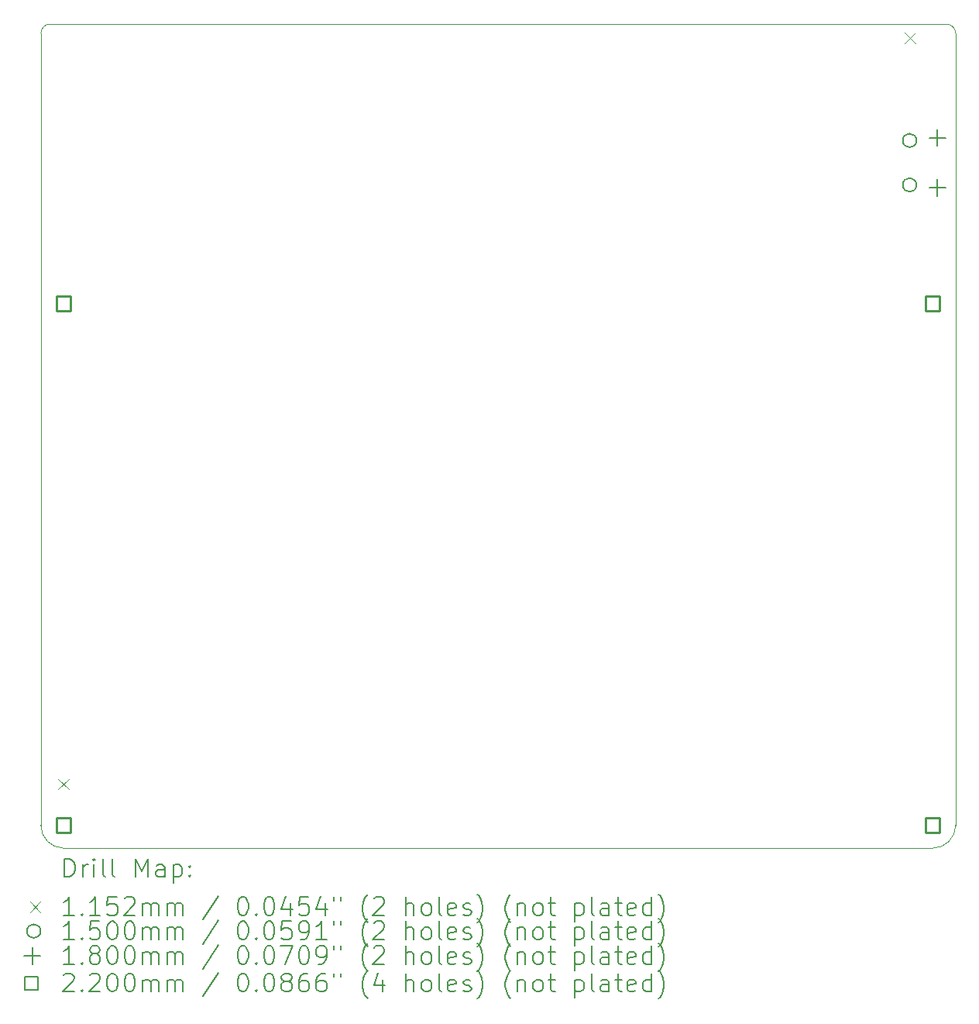
<source format=gbr>
%TF.GenerationSoftware,KiCad,Pcbnew,9.0.1-rc2*%
%TF.CreationDate,2025-10-07T22:29:05-07:00*%
%TF.ProjectId,backlight,6261636b-6c69-4676-9874-2e6b69636164,rev?*%
%TF.SameCoordinates,Original*%
%TF.FileFunction,Drillmap*%
%TF.FilePolarity,Positive*%
%FSLAX45Y45*%
G04 Gerber Fmt 4.5, Leading zero omitted, Abs format (unit mm)*
G04 Created by KiCad (PCBNEW 9.0.1-rc2) date 2025-10-07 22:29:05*
%MOMM*%
%LPD*%
G01*
G04 APERTURE LIST*
%ADD10C,0.050000*%
%ADD11C,0.200000*%
%ADD12C,0.115200*%
%ADD13C,0.150000*%
%ADD14C,0.180000*%
%ADD15C,0.220000*%
G04 APERTURE END LIST*
D10*
X18100000Y-5800000D02*
G75*
G02*
X18200000Y-5900000I0J-100000D01*
G01*
X8200000Y-5900000D02*
G75*
G02*
X8300000Y-5800000I100000J0D01*
G01*
X8300000Y-5800000D02*
X18100000Y-5800000D01*
X8450000Y-14800000D02*
G75*
G02*
X8200000Y-14550000I0J250000D01*
G01*
X8200000Y-14550000D02*
X8200000Y-5900000D01*
X17950000Y-14800000D02*
X8450000Y-14800000D01*
X18200000Y-5900000D02*
X18200000Y-14550000D01*
X18200000Y-14550000D02*
G75*
G02*
X17950000Y-14800000I-250000J0D01*
G01*
D11*
D12*
X8392400Y-14042400D02*
X8507600Y-14157600D01*
X8507600Y-14042400D02*
X8392400Y-14157600D01*
X17642400Y-5892400D02*
X17757600Y-6007600D01*
X17757600Y-5892400D02*
X17642400Y-6007600D01*
D13*
X17772000Y-7071000D02*
G75*
G02*
X17622000Y-7071000I-75000J0D01*
G01*
X17622000Y-7071000D02*
G75*
G02*
X17772000Y-7071000I75000J0D01*
G01*
X17772000Y-7556000D02*
G75*
G02*
X17622000Y-7556000I-75000J0D01*
G01*
X17622000Y-7556000D02*
G75*
G02*
X17772000Y-7556000I75000J0D01*
G01*
D14*
X18000000Y-6951000D02*
X18000000Y-7131000D01*
X17910000Y-7041000D02*
X18090000Y-7041000D01*
X18000000Y-7496000D02*
X18000000Y-7676000D01*
X17910000Y-7586000D02*
X18090000Y-7586000D01*
D15*
X8527783Y-8927783D02*
X8527783Y-8772218D01*
X8372217Y-8772218D01*
X8372217Y-8927783D01*
X8527783Y-8927783D01*
X8527783Y-14627782D02*
X8527783Y-14472217D01*
X8372217Y-14472217D01*
X8372217Y-14627782D01*
X8527783Y-14627782D01*
X18027783Y-8927783D02*
X18027783Y-8772218D01*
X17872218Y-8772218D01*
X17872218Y-8927783D01*
X18027783Y-8927783D01*
X18027783Y-14627782D02*
X18027783Y-14472217D01*
X17872218Y-14472217D01*
X17872218Y-14627782D01*
X18027783Y-14627782D01*
D11*
X8458277Y-15113984D02*
X8458277Y-14913984D01*
X8458277Y-14913984D02*
X8505896Y-14913984D01*
X8505896Y-14913984D02*
X8534467Y-14923508D01*
X8534467Y-14923508D02*
X8553515Y-14942555D01*
X8553515Y-14942555D02*
X8563039Y-14961603D01*
X8563039Y-14961603D02*
X8572563Y-14999698D01*
X8572563Y-14999698D02*
X8572563Y-15028269D01*
X8572563Y-15028269D02*
X8563039Y-15066365D01*
X8563039Y-15066365D02*
X8553515Y-15085412D01*
X8553515Y-15085412D02*
X8534467Y-15104460D01*
X8534467Y-15104460D02*
X8505896Y-15113984D01*
X8505896Y-15113984D02*
X8458277Y-15113984D01*
X8658277Y-15113984D02*
X8658277Y-14980650D01*
X8658277Y-15018746D02*
X8667801Y-14999698D01*
X8667801Y-14999698D02*
X8677324Y-14990174D01*
X8677324Y-14990174D02*
X8696372Y-14980650D01*
X8696372Y-14980650D02*
X8715420Y-14980650D01*
X8782086Y-15113984D02*
X8782086Y-14980650D01*
X8782086Y-14913984D02*
X8772563Y-14923508D01*
X8772563Y-14923508D02*
X8782086Y-14933031D01*
X8782086Y-14933031D02*
X8791610Y-14923508D01*
X8791610Y-14923508D02*
X8782086Y-14913984D01*
X8782086Y-14913984D02*
X8782086Y-14933031D01*
X8905896Y-15113984D02*
X8886848Y-15104460D01*
X8886848Y-15104460D02*
X8877324Y-15085412D01*
X8877324Y-15085412D02*
X8877324Y-14913984D01*
X9010658Y-15113984D02*
X8991610Y-15104460D01*
X8991610Y-15104460D02*
X8982086Y-15085412D01*
X8982086Y-15085412D02*
X8982086Y-14913984D01*
X9239229Y-15113984D02*
X9239229Y-14913984D01*
X9239229Y-14913984D02*
X9305896Y-15056841D01*
X9305896Y-15056841D02*
X9372563Y-14913984D01*
X9372563Y-14913984D02*
X9372563Y-15113984D01*
X9553515Y-15113984D02*
X9553515Y-15009222D01*
X9553515Y-15009222D02*
X9543991Y-14990174D01*
X9543991Y-14990174D02*
X9524944Y-14980650D01*
X9524944Y-14980650D02*
X9486848Y-14980650D01*
X9486848Y-14980650D02*
X9467801Y-14990174D01*
X9553515Y-15104460D02*
X9534467Y-15113984D01*
X9534467Y-15113984D02*
X9486848Y-15113984D01*
X9486848Y-15113984D02*
X9467801Y-15104460D01*
X9467801Y-15104460D02*
X9458277Y-15085412D01*
X9458277Y-15085412D02*
X9458277Y-15066365D01*
X9458277Y-15066365D02*
X9467801Y-15047317D01*
X9467801Y-15047317D02*
X9486848Y-15037793D01*
X9486848Y-15037793D02*
X9534467Y-15037793D01*
X9534467Y-15037793D02*
X9553515Y-15028269D01*
X9648753Y-14980650D02*
X9648753Y-15180650D01*
X9648753Y-14990174D02*
X9667801Y-14980650D01*
X9667801Y-14980650D02*
X9705896Y-14980650D01*
X9705896Y-14980650D02*
X9724944Y-14990174D01*
X9724944Y-14990174D02*
X9734467Y-14999698D01*
X9734467Y-14999698D02*
X9743991Y-15018746D01*
X9743991Y-15018746D02*
X9743991Y-15075888D01*
X9743991Y-15075888D02*
X9734467Y-15094936D01*
X9734467Y-15094936D02*
X9724944Y-15104460D01*
X9724944Y-15104460D02*
X9705896Y-15113984D01*
X9705896Y-15113984D02*
X9667801Y-15113984D01*
X9667801Y-15113984D02*
X9648753Y-15104460D01*
X9829705Y-15094936D02*
X9839229Y-15104460D01*
X9839229Y-15104460D02*
X9829705Y-15113984D01*
X9829705Y-15113984D02*
X9820182Y-15104460D01*
X9820182Y-15104460D02*
X9829705Y-15094936D01*
X9829705Y-15094936D02*
X9829705Y-15113984D01*
X9829705Y-14990174D02*
X9839229Y-14999698D01*
X9839229Y-14999698D02*
X9829705Y-15009222D01*
X9829705Y-15009222D02*
X9820182Y-14999698D01*
X9820182Y-14999698D02*
X9829705Y-14990174D01*
X9829705Y-14990174D02*
X9829705Y-15009222D01*
D12*
X8082300Y-15384900D02*
X8197500Y-15500100D01*
X8197500Y-15384900D02*
X8082300Y-15500100D01*
D11*
X8563039Y-15533984D02*
X8448753Y-15533984D01*
X8505896Y-15533984D02*
X8505896Y-15333984D01*
X8505896Y-15333984D02*
X8486848Y-15362555D01*
X8486848Y-15362555D02*
X8467801Y-15381603D01*
X8467801Y-15381603D02*
X8448753Y-15391127D01*
X8648753Y-15514936D02*
X8658277Y-15524460D01*
X8658277Y-15524460D02*
X8648753Y-15533984D01*
X8648753Y-15533984D02*
X8639229Y-15524460D01*
X8639229Y-15524460D02*
X8648753Y-15514936D01*
X8648753Y-15514936D02*
X8648753Y-15533984D01*
X8848753Y-15533984D02*
X8734467Y-15533984D01*
X8791610Y-15533984D02*
X8791610Y-15333984D01*
X8791610Y-15333984D02*
X8772563Y-15362555D01*
X8772563Y-15362555D02*
X8753515Y-15381603D01*
X8753515Y-15381603D02*
X8734467Y-15391127D01*
X9029705Y-15333984D02*
X8934467Y-15333984D01*
X8934467Y-15333984D02*
X8924944Y-15429222D01*
X8924944Y-15429222D02*
X8934467Y-15419698D01*
X8934467Y-15419698D02*
X8953515Y-15410174D01*
X8953515Y-15410174D02*
X9001134Y-15410174D01*
X9001134Y-15410174D02*
X9020182Y-15419698D01*
X9020182Y-15419698D02*
X9029705Y-15429222D01*
X9029705Y-15429222D02*
X9039229Y-15448269D01*
X9039229Y-15448269D02*
X9039229Y-15495888D01*
X9039229Y-15495888D02*
X9029705Y-15514936D01*
X9029705Y-15514936D02*
X9020182Y-15524460D01*
X9020182Y-15524460D02*
X9001134Y-15533984D01*
X9001134Y-15533984D02*
X8953515Y-15533984D01*
X8953515Y-15533984D02*
X8934467Y-15524460D01*
X8934467Y-15524460D02*
X8924944Y-15514936D01*
X9115420Y-15353031D02*
X9124944Y-15343508D01*
X9124944Y-15343508D02*
X9143991Y-15333984D01*
X9143991Y-15333984D02*
X9191610Y-15333984D01*
X9191610Y-15333984D02*
X9210658Y-15343508D01*
X9210658Y-15343508D02*
X9220182Y-15353031D01*
X9220182Y-15353031D02*
X9229705Y-15372079D01*
X9229705Y-15372079D02*
X9229705Y-15391127D01*
X9229705Y-15391127D02*
X9220182Y-15419698D01*
X9220182Y-15419698D02*
X9105896Y-15533984D01*
X9105896Y-15533984D02*
X9229705Y-15533984D01*
X9315420Y-15533984D02*
X9315420Y-15400650D01*
X9315420Y-15419698D02*
X9324944Y-15410174D01*
X9324944Y-15410174D02*
X9343991Y-15400650D01*
X9343991Y-15400650D02*
X9372563Y-15400650D01*
X9372563Y-15400650D02*
X9391610Y-15410174D01*
X9391610Y-15410174D02*
X9401134Y-15429222D01*
X9401134Y-15429222D02*
X9401134Y-15533984D01*
X9401134Y-15429222D02*
X9410658Y-15410174D01*
X9410658Y-15410174D02*
X9429705Y-15400650D01*
X9429705Y-15400650D02*
X9458277Y-15400650D01*
X9458277Y-15400650D02*
X9477325Y-15410174D01*
X9477325Y-15410174D02*
X9486848Y-15429222D01*
X9486848Y-15429222D02*
X9486848Y-15533984D01*
X9582086Y-15533984D02*
X9582086Y-15400650D01*
X9582086Y-15419698D02*
X9591610Y-15410174D01*
X9591610Y-15410174D02*
X9610658Y-15400650D01*
X9610658Y-15400650D02*
X9639229Y-15400650D01*
X9639229Y-15400650D02*
X9658277Y-15410174D01*
X9658277Y-15410174D02*
X9667801Y-15429222D01*
X9667801Y-15429222D02*
X9667801Y-15533984D01*
X9667801Y-15429222D02*
X9677325Y-15410174D01*
X9677325Y-15410174D02*
X9696372Y-15400650D01*
X9696372Y-15400650D02*
X9724944Y-15400650D01*
X9724944Y-15400650D02*
X9743991Y-15410174D01*
X9743991Y-15410174D02*
X9753515Y-15429222D01*
X9753515Y-15429222D02*
X9753515Y-15533984D01*
X10143991Y-15324460D02*
X9972563Y-15581603D01*
X10401134Y-15333984D02*
X10420182Y-15333984D01*
X10420182Y-15333984D02*
X10439229Y-15343508D01*
X10439229Y-15343508D02*
X10448753Y-15353031D01*
X10448753Y-15353031D02*
X10458277Y-15372079D01*
X10458277Y-15372079D02*
X10467801Y-15410174D01*
X10467801Y-15410174D02*
X10467801Y-15457793D01*
X10467801Y-15457793D02*
X10458277Y-15495888D01*
X10458277Y-15495888D02*
X10448753Y-15514936D01*
X10448753Y-15514936D02*
X10439229Y-15524460D01*
X10439229Y-15524460D02*
X10420182Y-15533984D01*
X10420182Y-15533984D02*
X10401134Y-15533984D01*
X10401134Y-15533984D02*
X10382087Y-15524460D01*
X10382087Y-15524460D02*
X10372563Y-15514936D01*
X10372563Y-15514936D02*
X10363039Y-15495888D01*
X10363039Y-15495888D02*
X10353515Y-15457793D01*
X10353515Y-15457793D02*
X10353515Y-15410174D01*
X10353515Y-15410174D02*
X10363039Y-15372079D01*
X10363039Y-15372079D02*
X10372563Y-15353031D01*
X10372563Y-15353031D02*
X10382087Y-15343508D01*
X10382087Y-15343508D02*
X10401134Y-15333984D01*
X10553515Y-15514936D02*
X10563039Y-15524460D01*
X10563039Y-15524460D02*
X10553515Y-15533984D01*
X10553515Y-15533984D02*
X10543991Y-15524460D01*
X10543991Y-15524460D02*
X10553515Y-15514936D01*
X10553515Y-15514936D02*
X10553515Y-15533984D01*
X10686848Y-15333984D02*
X10705896Y-15333984D01*
X10705896Y-15333984D02*
X10724944Y-15343508D01*
X10724944Y-15343508D02*
X10734468Y-15353031D01*
X10734468Y-15353031D02*
X10743991Y-15372079D01*
X10743991Y-15372079D02*
X10753515Y-15410174D01*
X10753515Y-15410174D02*
X10753515Y-15457793D01*
X10753515Y-15457793D02*
X10743991Y-15495888D01*
X10743991Y-15495888D02*
X10734468Y-15514936D01*
X10734468Y-15514936D02*
X10724944Y-15524460D01*
X10724944Y-15524460D02*
X10705896Y-15533984D01*
X10705896Y-15533984D02*
X10686848Y-15533984D01*
X10686848Y-15533984D02*
X10667801Y-15524460D01*
X10667801Y-15524460D02*
X10658277Y-15514936D01*
X10658277Y-15514936D02*
X10648753Y-15495888D01*
X10648753Y-15495888D02*
X10639229Y-15457793D01*
X10639229Y-15457793D02*
X10639229Y-15410174D01*
X10639229Y-15410174D02*
X10648753Y-15372079D01*
X10648753Y-15372079D02*
X10658277Y-15353031D01*
X10658277Y-15353031D02*
X10667801Y-15343508D01*
X10667801Y-15343508D02*
X10686848Y-15333984D01*
X10924944Y-15400650D02*
X10924944Y-15533984D01*
X10877325Y-15324460D02*
X10829706Y-15467317D01*
X10829706Y-15467317D02*
X10953515Y-15467317D01*
X11124944Y-15333984D02*
X11029706Y-15333984D01*
X11029706Y-15333984D02*
X11020182Y-15429222D01*
X11020182Y-15429222D02*
X11029706Y-15419698D01*
X11029706Y-15419698D02*
X11048753Y-15410174D01*
X11048753Y-15410174D02*
X11096372Y-15410174D01*
X11096372Y-15410174D02*
X11115420Y-15419698D01*
X11115420Y-15419698D02*
X11124944Y-15429222D01*
X11124944Y-15429222D02*
X11134468Y-15448269D01*
X11134468Y-15448269D02*
X11134468Y-15495888D01*
X11134468Y-15495888D02*
X11124944Y-15514936D01*
X11124944Y-15514936D02*
X11115420Y-15524460D01*
X11115420Y-15524460D02*
X11096372Y-15533984D01*
X11096372Y-15533984D02*
X11048753Y-15533984D01*
X11048753Y-15533984D02*
X11029706Y-15524460D01*
X11029706Y-15524460D02*
X11020182Y-15514936D01*
X11305896Y-15400650D02*
X11305896Y-15533984D01*
X11258277Y-15324460D02*
X11210658Y-15467317D01*
X11210658Y-15467317D02*
X11334467Y-15467317D01*
X11401134Y-15333984D02*
X11401134Y-15372079D01*
X11477325Y-15333984D02*
X11477325Y-15372079D01*
X11772563Y-15610174D02*
X11763039Y-15600650D01*
X11763039Y-15600650D02*
X11743991Y-15572079D01*
X11743991Y-15572079D02*
X11734468Y-15553031D01*
X11734468Y-15553031D02*
X11724944Y-15524460D01*
X11724944Y-15524460D02*
X11715420Y-15476841D01*
X11715420Y-15476841D02*
X11715420Y-15438746D01*
X11715420Y-15438746D02*
X11724944Y-15391127D01*
X11724944Y-15391127D02*
X11734468Y-15362555D01*
X11734468Y-15362555D02*
X11743991Y-15343508D01*
X11743991Y-15343508D02*
X11763039Y-15314936D01*
X11763039Y-15314936D02*
X11772563Y-15305412D01*
X11839229Y-15353031D02*
X11848753Y-15343508D01*
X11848753Y-15343508D02*
X11867801Y-15333984D01*
X11867801Y-15333984D02*
X11915420Y-15333984D01*
X11915420Y-15333984D02*
X11934468Y-15343508D01*
X11934468Y-15343508D02*
X11943991Y-15353031D01*
X11943991Y-15353031D02*
X11953515Y-15372079D01*
X11953515Y-15372079D02*
X11953515Y-15391127D01*
X11953515Y-15391127D02*
X11943991Y-15419698D01*
X11943991Y-15419698D02*
X11829706Y-15533984D01*
X11829706Y-15533984D02*
X11953515Y-15533984D01*
X12191610Y-15533984D02*
X12191610Y-15333984D01*
X12277325Y-15533984D02*
X12277325Y-15429222D01*
X12277325Y-15429222D02*
X12267801Y-15410174D01*
X12267801Y-15410174D02*
X12248753Y-15400650D01*
X12248753Y-15400650D02*
X12220182Y-15400650D01*
X12220182Y-15400650D02*
X12201134Y-15410174D01*
X12201134Y-15410174D02*
X12191610Y-15419698D01*
X12401134Y-15533984D02*
X12382087Y-15524460D01*
X12382087Y-15524460D02*
X12372563Y-15514936D01*
X12372563Y-15514936D02*
X12363039Y-15495888D01*
X12363039Y-15495888D02*
X12363039Y-15438746D01*
X12363039Y-15438746D02*
X12372563Y-15419698D01*
X12372563Y-15419698D02*
X12382087Y-15410174D01*
X12382087Y-15410174D02*
X12401134Y-15400650D01*
X12401134Y-15400650D02*
X12429706Y-15400650D01*
X12429706Y-15400650D02*
X12448753Y-15410174D01*
X12448753Y-15410174D02*
X12458277Y-15419698D01*
X12458277Y-15419698D02*
X12467801Y-15438746D01*
X12467801Y-15438746D02*
X12467801Y-15495888D01*
X12467801Y-15495888D02*
X12458277Y-15514936D01*
X12458277Y-15514936D02*
X12448753Y-15524460D01*
X12448753Y-15524460D02*
X12429706Y-15533984D01*
X12429706Y-15533984D02*
X12401134Y-15533984D01*
X12582087Y-15533984D02*
X12563039Y-15524460D01*
X12563039Y-15524460D02*
X12553515Y-15505412D01*
X12553515Y-15505412D02*
X12553515Y-15333984D01*
X12734468Y-15524460D02*
X12715420Y-15533984D01*
X12715420Y-15533984D02*
X12677325Y-15533984D01*
X12677325Y-15533984D02*
X12658277Y-15524460D01*
X12658277Y-15524460D02*
X12648753Y-15505412D01*
X12648753Y-15505412D02*
X12648753Y-15429222D01*
X12648753Y-15429222D02*
X12658277Y-15410174D01*
X12658277Y-15410174D02*
X12677325Y-15400650D01*
X12677325Y-15400650D02*
X12715420Y-15400650D01*
X12715420Y-15400650D02*
X12734468Y-15410174D01*
X12734468Y-15410174D02*
X12743991Y-15429222D01*
X12743991Y-15429222D02*
X12743991Y-15448269D01*
X12743991Y-15448269D02*
X12648753Y-15467317D01*
X12820182Y-15524460D02*
X12839230Y-15533984D01*
X12839230Y-15533984D02*
X12877325Y-15533984D01*
X12877325Y-15533984D02*
X12896372Y-15524460D01*
X12896372Y-15524460D02*
X12905896Y-15505412D01*
X12905896Y-15505412D02*
X12905896Y-15495888D01*
X12905896Y-15495888D02*
X12896372Y-15476841D01*
X12896372Y-15476841D02*
X12877325Y-15467317D01*
X12877325Y-15467317D02*
X12848753Y-15467317D01*
X12848753Y-15467317D02*
X12829706Y-15457793D01*
X12829706Y-15457793D02*
X12820182Y-15438746D01*
X12820182Y-15438746D02*
X12820182Y-15429222D01*
X12820182Y-15429222D02*
X12829706Y-15410174D01*
X12829706Y-15410174D02*
X12848753Y-15400650D01*
X12848753Y-15400650D02*
X12877325Y-15400650D01*
X12877325Y-15400650D02*
X12896372Y-15410174D01*
X12972563Y-15610174D02*
X12982087Y-15600650D01*
X12982087Y-15600650D02*
X13001134Y-15572079D01*
X13001134Y-15572079D02*
X13010658Y-15553031D01*
X13010658Y-15553031D02*
X13020182Y-15524460D01*
X13020182Y-15524460D02*
X13029706Y-15476841D01*
X13029706Y-15476841D02*
X13029706Y-15438746D01*
X13029706Y-15438746D02*
X13020182Y-15391127D01*
X13020182Y-15391127D02*
X13010658Y-15362555D01*
X13010658Y-15362555D02*
X13001134Y-15343508D01*
X13001134Y-15343508D02*
X12982087Y-15314936D01*
X12982087Y-15314936D02*
X12972563Y-15305412D01*
X13334468Y-15610174D02*
X13324944Y-15600650D01*
X13324944Y-15600650D02*
X13305896Y-15572079D01*
X13305896Y-15572079D02*
X13296372Y-15553031D01*
X13296372Y-15553031D02*
X13286849Y-15524460D01*
X13286849Y-15524460D02*
X13277325Y-15476841D01*
X13277325Y-15476841D02*
X13277325Y-15438746D01*
X13277325Y-15438746D02*
X13286849Y-15391127D01*
X13286849Y-15391127D02*
X13296372Y-15362555D01*
X13296372Y-15362555D02*
X13305896Y-15343508D01*
X13305896Y-15343508D02*
X13324944Y-15314936D01*
X13324944Y-15314936D02*
X13334468Y-15305412D01*
X13410658Y-15400650D02*
X13410658Y-15533984D01*
X13410658Y-15419698D02*
X13420182Y-15410174D01*
X13420182Y-15410174D02*
X13439230Y-15400650D01*
X13439230Y-15400650D02*
X13467801Y-15400650D01*
X13467801Y-15400650D02*
X13486849Y-15410174D01*
X13486849Y-15410174D02*
X13496372Y-15429222D01*
X13496372Y-15429222D02*
X13496372Y-15533984D01*
X13620182Y-15533984D02*
X13601134Y-15524460D01*
X13601134Y-15524460D02*
X13591611Y-15514936D01*
X13591611Y-15514936D02*
X13582087Y-15495888D01*
X13582087Y-15495888D02*
X13582087Y-15438746D01*
X13582087Y-15438746D02*
X13591611Y-15419698D01*
X13591611Y-15419698D02*
X13601134Y-15410174D01*
X13601134Y-15410174D02*
X13620182Y-15400650D01*
X13620182Y-15400650D02*
X13648753Y-15400650D01*
X13648753Y-15400650D02*
X13667801Y-15410174D01*
X13667801Y-15410174D02*
X13677325Y-15419698D01*
X13677325Y-15419698D02*
X13686849Y-15438746D01*
X13686849Y-15438746D02*
X13686849Y-15495888D01*
X13686849Y-15495888D02*
X13677325Y-15514936D01*
X13677325Y-15514936D02*
X13667801Y-15524460D01*
X13667801Y-15524460D02*
X13648753Y-15533984D01*
X13648753Y-15533984D02*
X13620182Y-15533984D01*
X13743992Y-15400650D02*
X13820182Y-15400650D01*
X13772563Y-15333984D02*
X13772563Y-15505412D01*
X13772563Y-15505412D02*
X13782087Y-15524460D01*
X13782087Y-15524460D02*
X13801134Y-15533984D01*
X13801134Y-15533984D02*
X13820182Y-15533984D01*
X14039230Y-15400650D02*
X14039230Y-15600650D01*
X14039230Y-15410174D02*
X14058277Y-15400650D01*
X14058277Y-15400650D02*
X14096373Y-15400650D01*
X14096373Y-15400650D02*
X14115420Y-15410174D01*
X14115420Y-15410174D02*
X14124944Y-15419698D01*
X14124944Y-15419698D02*
X14134468Y-15438746D01*
X14134468Y-15438746D02*
X14134468Y-15495888D01*
X14134468Y-15495888D02*
X14124944Y-15514936D01*
X14124944Y-15514936D02*
X14115420Y-15524460D01*
X14115420Y-15524460D02*
X14096373Y-15533984D01*
X14096373Y-15533984D02*
X14058277Y-15533984D01*
X14058277Y-15533984D02*
X14039230Y-15524460D01*
X14248753Y-15533984D02*
X14229706Y-15524460D01*
X14229706Y-15524460D02*
X14220182Y-15505412D01*
X14220182Y-15505412D02*
X14220182Y-15333984D01*
X14410658Y-15533984D02*
X14410658Y-15429222D01*
X14410658Y-15429222D02*
X14401134Y-15410174D01*
X14401134Y-15410174D02*
X14382087Y-15400650D01*
X14382087Y-15400650D02*
X14343992Y-15400650D01*
X14343992Y-15400650D02*
X14324944Y-15410174D01*
X14410658Y-15524460D02*
X14391611Y-15533984D01*
X14391611Y-15533984D02*
X14343992Y-15533984D01*
X14343992Y-15533984D02*
X14324944Y-15524460D01*
X14324944Y-15524460D02*
X14315420Y-15505412D01*
X14315420Y-15505412D02*
X14315420Y-15486365D01*
X14315420Y-15486365D02*
X14324944Y-15467317D01*
X14324944Y-15467317D02*
X14343992Y-15457793D01*
X14343992Y-15457793D02*
X14391611Y-15457793D01*
X14391611Y-15457793D02*
X14410658Y-15448269D01*
X14477325Y-15400650D02*
X14553515Y-15400650D01*
X14505896Y-15333984D02*
X14505896Y-15505412D01*
X14505896Y-15505412D02*
X14515420Y-15524460D01*
X14515420Y-15524460D02*
X14534468Y-15533984D01*
X14534468Y-15533984D02*
X14553515Y-15533984D01*
X14696373Y-15524460D02*
X14677325Y-15533984D01*
X14677325Y-15533984D02*
X14639230Y-15533984D01*
X14639230Y-15533984D02*
X14620182Y-15524460D01*
X14620182Y-15524460D02*
X14610658Y-15505412D01*
X14610658Y-15505412D02*
X14610658Y-15429222D01*
X14610658Y-15429222D02*
X14620182Y-15410174D01*
X14620182Y-15410174D02*
X14639230Y-15400650D01*
X14639230Y-15400650D02*
X14677325Y-15400650D01*
X14677325Y-15400650D02*
X14696373Y-15410174D01*
X14696373Y-15410174D02*
X14705896Y-15429222D01*
X14705896Y-15429222D02*
X14705896Y-15448269D01*
X14705896Y-15448269D02*
X14610658Y-15467317D01*
X14877325Y-15533984D02*
X14877325Y-15333984D01*
X14877325Y-15524460D02*
X14858277Y-15533984D01*
X14858277Y-15533984D02*
X14820182Y-15533984D01*
X14820182Y-15533984D02*
X14801134Y-15524460D01*
X14801134Y-15524460D02*
X14791611Y-15514936D01*
X14791611Y-15514936D02*
X14782087Y-15495888D01*
X14782087Y-15495888D02*
X14782087Y-15438746D01*
X14782087Y-15438746D02*
X14791611Y-15419698D01*
X14791611Y-15419698D02*
X14801134Y-15410174D01*
X14801134Y-15410174D02*
X14820182Y-15400650D01*
X14820182Y-15400650D02*
X14858277Y-15400650D01*
X14858277Y-15400650D02*
X14877325Y-15410174D01*
X14953515Y-15610174D02*
X14963039Y-15600650D01*
X14963039Y-15600650D02*
X14982087Y-15572079D01*
X14982087Y-15572079D02*
X14991611Y-15553031D01*
X14991611Y-15553031D02*
X15001134Y-15524460D01*
X15001134Y-15524460D02*
X15010658Y-15476841D01*
X15010658Y-15476841D02*
X15010658Y-15438746D01*
X15010658Y-15438746D02*
X15001134Y-15391127D01*
X15001134Y-15391127D02*
X14991611Y-15362555D01*
X14991611Y-15362555D02*
X14982087Y-15343508D01*
X14982087Y-15343508D02*
X14963039Y-15314936D01*
X14963039Y-15314936D02*
X14953515Y-15305412D01*
D13*
X8197500Y-15706500D02*
G75*
G02*
X8047500Y-15706500I-75000J0D01*
G01*
X8047500Y-15706500D02*
G75*
G02*
X8197500Y-15706500I75000J0D01*
G01*
D11*
X8563039Y-15797984D02*
X8448753Y-15797984D01*
X8505896Y-15797984D02*
X8505896Y-15597984D01*
X8505896Y-15597984D02*
X8486848Y-15626555D01*
X8486848Y-15626555D02*
X8467801Y-15645603D01*
X8467801Y-15645603D02*
X8448753Y-15655127D01*
X8648753Y-15778936D02*
X8658277Y-15788460D01*
X8658277Y-15788460D02*
X8648753Y-15797984D01*
X8648753Y-15797984D02*
X8639229Y-15788460D01*
X8639229Y-15788460D02*
X8648753Y-15778936D01*
X8648753Y-15778936D02*
X8648753Y-15797984D01*
X8839229Y-15597984D02*
X8743991Y-15597984D01*
X8743991Y-15597984D02*
X8734467Y-15693222D01*
X8734467Y-15693222D02*
X8743991Y-15683698D01*
X8743991Y-15683698D02*
X8763039Y-15674174D01*
X8763039Y-15674174D02*
X8810658Y-15674174D01*
X8810658Y-15674174D02*
X8829705Y-15683698D01*
X8829705Y-15683698D02*
X8839229Y-15693222D01*
X8839229Y-15693222D02*
X8848753Y-15712269D01*
X8848753Y-15712269D02*
X8848753Y-15759888D01*
X8848753Y-15759888D02*
X8839229Y-15778936D01*
X8839229Y-15778936D02*
X8829705Y-15788460D01*
X8829705Y-15788460D02*
X8810658Y-15797984D01*
X8810658Y-15797984D02*
X8763039Y-15797984D01*
X8763039Y-15797984D02*
X8743991Y-15788460D01*
X8743991Y-15788460D02*
X8734467Y-15778936D01*
X8972563Y-15597984D02*
X8991610Y-15597984D01*
X8991610Y-15597984D02*
X9010658Y-15607508D01*
X9010658Y-15607508D02*
X9020182Y-15617031D01*
X9020182Y-15617031D02*
X9029705Y-15636079D01*
X9029705Y-15636079D02*
X9039229Y-15674174D01*
X9039229Y-15674174D02*
X9039229Y-15721793D01*
X9039229Y-15721793D02*
X9029705Y-15759888D01*
X9029705Y-15759888D02*
X9020182Y-15778936D01*
X9020182Y-15778936D02*
X9010658Y-15788460D01*
X9010658Y-15788460D02*
X8991610Y-15797984D01*
X8991610Y-15797984D02*
X8972563Y-15797984D01*
X8972563Y-15797984D02*
X8953515Y-15788460D01*
X8953515Y-15788460D02*
X8943991Y-15778936D01*
X8943991Y-15778936D02*
X8934467Y-15759888D01*
X8934467Y-15759888D02*
X8924944Y-15721793D01*
X8924944Y-15721793D02*
X8924944Y-15674174D01*
X8924944Y-15674174D02*
X8934467Y-15636079D01*
X8934467Y-15636079D02*
X8943991Y-15617031D01*
X8943991Y-15617031D02*
X8953515Y-15607508D01*
X8953515Y-15607508D02*
X8972563Y-15597984D01*
X9163039Y-15597984D02*
X9182086Y-15597984D01*
X9182086Y-15597984D02*
X9201134Y-15607508D01*
X9201134Y-15607508D02*
X9210658Y-15617031D01*
X9210658Y-15617031D02*
X9220182Y-15636079D01*
X9220182Y-15636079D02*
X9229705Y-15674174D01*
X9229705Y-15674174D02*
X9229705Y-15721793D01*
X9229705Y-15721793D02*
X9220182Y-15759888D01*
X9220182Y-15759888D02*
X9210658Y-15778936D01*
X9210658Y-15778936D02*
X9201134Y-15788460D01*
X9201134Y-15788460D02*
X9182086Y-15797984D01*
X9182086Y-15797984D02*
X9163039Y-15797984D01*
X9163039Y-15797984D02*
X9143991Y-15788460D01*
X9143991Y-15788460D02*
X9134467Y-15778936D01*
X9134467Y-15778936D02*
X9124944Y-15759888D01*
X9124944Y-15759888D02*
X9115420Y-15721793D01*
X9115420Y-15721793D02*
X9115420Y-15674174D01*
X9115420Y-15674174D02*
X9124944Y-15636079D01*
X9124944Y-15636079D02*
X9134467Y-15617031D01*
X9134467Y-15617031D02*
X9143991Y-15607508D01*
X9143991Y-15607508D02*
X9163039Y-15597984D01*
X9315420Y-15797984D02*
X9315420Y-15664650D01*
X9315420Y-15683698D02*
X9324944Y-15674174D01*
X9324944Y-15674174D02*
X9343991Y-15664650D01*
X9343991Y-15664650D02*
X9372563Y-15664650D01*
X9372563Y-15664650D02*
X9391610Y-15674174D01*
X9391610Y-15674174D02*
X9401134Y-15693222D01*
X9401134Y-15693222D02*
X9401134Y-15797984D01*
X9401134Y-15693222D02*
X9410658Y-15674174D01*
X9410658Y-15674174D02*
X9429705Y-15664650D01*
X9429705Y-15664650D02*
X9458277Y-15664650D01*
X9458277Y-15664650D02*
X9477325Y-15674174D01*
X9477325Y-15674174D02*
X9486848Y-15693222D01*
X9486848Y-15693222D02*
X9486848Y-15797984D01*
X9582086Y-15797984D02*
X9582086Y-15664650D01*
X9582086Y-15683698D02*
X9591610Y-15674174D01*
X9591610Y-15674174D02*
X9610658Y-15664650D01*
X9610658Y-15664650D02*
X9639229Y-15664650D01*
X9639229Y-15664650D02*
X9658277Y-15674174D01*
X9658277Y-15674174D02*
X9667801Y-15693222D01*
X9667801Y-15693222D02*
X9667801Y-15797984D01*
X9667801Y-15693222D02*
X9677325Y-15674174D01*
X9677325Y-15674174D02*
X9696372Y-15664650D01*
X9696372Y-15664650D02*
X9724944Y-15664650D01*
X9724944Y-15664650D02*
X9743991Y-15674174D01*
X9743991Y-15674174D02*
X9753515Y-15693222D01*
X9753515Y-15693222D02*
X9753515Y-15797984D01*
X10143991Y-15588460D02*
X9972563Y-15845603D01*
X10401134Y-15597984D02*
X10420182Y-15597984D01*
X10420182Y-15597984D02*
X10439229Y-15607508D01*
X10439229Y-15607508D02*
X10448753Y-15617031D01*
X10448753Y-15617031D02*
X10458277Y-15636079D01*
X10458277Y-15636079D02*
X10467801Y-15674174D01*
X10467801Y-15674174D02*
X10467801Y-15721793D01*
X10467801Y-15721793D02*
X10458277Y-15759888D01*
X10458277Y-15759888D02*
X10448753Y-15778936D01*
X10448753Y-15778936D02*
X10439229Y-15788460D01*
X10439229Y-15788460D02*
X10420182Y-15797984D01*
X10420182Y-15797984D02*
X10401134Y-15797984D01*
X10401134Y-15797984D02*
X10382087Y-15788460D01*
X10382087Y-15788460D02*
X10372563Y-15778936D01*
X10372563Y-15778936D02*
X10363039Y-15759888D01*
X10363039Y-15759888D02*
X10353515Y-15721793D01*
X10353515Y-15721793D02*
X10353515Y-15674174D01*
X10353515Y-15674174D02*
X10363039Y-15636079D01*
X10363039Y-15636079D02*
X10372563Y-15617031D01*
X10372563Y-15617031D02*
X10382087Y-15607508D01*
X10382087Y-15607508D02*
X10401134Y-15597984D01*
X10553515Y-15778936D02*
X10563039Y-15788460D01*
X10563039Y-15788460D02*
X10553515Y-15797984D01*
X10553515Y-15797984D02*
X10543991Y-15788460D01*
X10543991Y-15788460D02*
X10553515Y-15778936D01*
X10553515Y-15778936D02*
X10553515Y-15797984D01*
X10686848Y-15597984D02*
X10705896Y-15597984D01*
X10705896Y-15597984D02*
X10724944Y-15607508D01*
X10724944Y-15607508D02*
X10734468Y-15617031D01*
X10734468Y-15617031D02*
X10743991Y-15636079D01*
X10743991Y-15636079D02*
X10753515Y-15674174D01*
X10753515Y-15674174D02*
X10753515Y-15721793D01*
X10753515Y-15721793D02*
X10743991Y-15759888D01*
X10743991Y-15759888D02*
X10734468Y-15778936D01*
X10734468Y-15778936D02*
X10724944Y-15788460D01*
X10724944Y-15788460D02*
X10705896Y-15797984D01*
X10705896Y-15797984D02*
X10686848Y-15797984D01*
X10686848Y-15797984D02*
X10667801Y-15788460D01*
X10667801Y-15788460D02*
X10658277Y-15778936D01*
X10658277Y-15778936D02*
X10648753Y-15759888D01*
X10648753Y-15759888D02*
X10639229Y-15721793D01*
X10639229Y-15721793D02*
X10639229Y-15674174D01*
X10639229Y-15674174D02*
X10648753Y-15636079D01*
X10648753Y-15636079D02*
X10658277Y-15617031D01*
X10658277Y-15617031D02*
X10667801Y-15607508D01*
X10667801Y-15607508D02*
X10686848Y-15597984D01*
X10934468Y-15597984D02*
X10839229Y-15597984D01*
X10839229Y-15597984D02*
X10829706Y-15693222D01*
X10829706Y-15693222D02*
X10839229Y-15683698D01*
X10839229Y-15683698D02*
X10858277Y-15674174D01*
X10858277Y-15674174D02*
X10905896Y-15674174D01*
X10905896Y-15674174D02*
X10924944Y-15683698D01*
X10924944Y-15683698D02*
X10934468Y-15693222D01*
X10934468Y-15693222D02*
X10943991Y-15712269D01*
X10943991Y-15712269D02*
X10943991Y-15759888D01*
X10943991Y-15759888D02*
X10934468Y-15778936D01*
X10934468Y-15778936D02*
X10924944Y-15788460D01*
X10924944Y-15788460D02*
X10905896Y-15797984D01*
X10905896Y-15797984D02*
X10858277Y-15797984D01*
X10858277Y-15797984D02*
X10839229Y-15788460D01*
X10839229Y-15788460D02*
X10829706Y-15778936D01*
X11039229Y-15797984D02*
X11077325Y-15797984D01*
X11077325Y-15797984D02*
X11096372Y-15788460D01*
X11096372Y-15788460D02*
X11105896Y-15778936D01*
X11105896Y-15778936D02*
X11124944Y-15750365D01*
X11124944Y-15750365D02*
X11134468Y-15712269D01*
X11134468Y-15712269D02*
X11134468Y-15636079D01*
X11134468Y-15636079D02*
X11124944Y-15617031D01*
X11124944Y-15617031D02*
X11115420Y-15607508D01*
X11115420Y-15607508D02*
X11096372Y-15597984D01*
X11096372Y-15597984D02*
X11058277Y-15597984D01*
X11058277Y-15597984D02*
X11039229Y-15607508D01*
X11039229Y-15607508D02*
X11029706Y-15617031D01*
X11029706Y-15617031D02*
X11020182Y-15636079D01*
X11020182Y-15636079D02*
X11020182Y-15683698D01*
X11020182Y-15683698D02*
X11029706Y-15702746D01*
X11029706Y-15702746D02*
X11039229Y-15712269D01*
X11039229Y-15712269D02*
X11058277Y-15721793D01*
X11058277Y-15721793D02*
X11096372Y-15721793D01*
X11096372Y-15721793D02*
X11115420Y-15712269D01*
X11115420Y-15712269D02*
X11124944Y-15702746D01*
X11124944Y-15702746D02*
X11134468Y-15683698D01*
X11324944Y-15797984D02*
X11210658Y-15797984D01*
X11267801Y-15797984D02*
X11267801Y-15597984D01*
X11267801Y-15597984D02*
X11248753Y-15626555D01*
X11248753Y-15626555D02*
X11229706Y-15645603D01*
X11229706Y-15645603D02*
X11210658Y-15655127D01*
X11401134Y-15597984D02*
X11401134Y-15636079D01*
X11477325Y-15597984D02*
X11477325Y-15636079D01*
X11772563Y-15874174D02*
X11763039Y-15864650D01*
X11763039Y-15864650D02*
X11743991Y-15836079D01*
X11743991Y-15836079D02*
X11734468Y-15817031D01*
X11734468Y-15817031D02*
X11724944Y-15788460D01*
X11724944Y-15788460D02*
X11715420Y-15740841D01*
X11715420Y-15740841D02*
X11715420Y-15702746D01*
X11715420Y-15702746D02*
X11724944Y-15655127D01*
X11724944Y-15655127D02*
X11734468Y-15626555D01*
X11734468Y-15626555D02*
X11743991Y-15607508D01*
X11743991Y-15607508D02*
X11763039Y-15578936D01*
X11763039Y-15578936D02*
X11772563Y-15569412D01*
X11839229Y-15617031D02*
X11848753Y-15607508D01*
X11848753Y-15607508D02*
X11867801Y-15597984D01*
X11867801Y-15597984D02*
X11915420Y-15597984D01*
X11915420Y-15597984D02*
X11934468Y-15607508D01*
X11934468Y-15607508D02*
X11943991Y-15617031D01*
X11943991Y-15617031D02*
X11953515Y-15636079D01*
X11953515Y-15636079D02*
X11953515Y-15655127D01*
X11953515Y-15655127D02*
X11943991Y-15683698D01*
X11943991Y-15683698D02*
X11829706Y-15797984D01*
X11829706Y-15797984D02*
X11953515Y-15797984D01*
X12191610Y-15797984D02*
X12191610Y-15597984D01*
X12277325Y-15797984D02*
X12277325Y-15693222D01*
X12277325Y-15693222D02*
X12267801Y-15674174D01*
X12267801Y-15674174D02*
X12248753Y-15664650D01*
X12248753Y-15664650D02*
X12220182Y-15664650D01*
X12220182Y-15664650D02*
X12201134Y-15674174D01*
X12201134Y-15674174D02*
X12191610Y-15683698D01*
X12401134Y-15797984D02*
X12382087Y-15788460D01*
X12382087Y-15788460D02*
X12372563Y-15778936D01*
X12372563Y-15778936D02*
X12363039Y-15759888D01*
X12363039Y-15759888D02*
X12363039Y-15702746D01*
X12363039Y-15702746D02*
X12372563Y-15683698D01*
X12372563Y-15683698D02*
X12382087Y-15674174D01*
X12382087Y-15674174D02*
X12401134Y-15664650D01*
X12401134Y-15664650D02*
X12429706Y-15664650D01*
X12429706Y-15664650D02*
X12448753Y-15674174D01*
X12448753Y-15674174D02*
X12458277Y-15683698D01*
X12458277Y-15683698D02*
X12467801Y-15702746D01*
X12467801Y-15702746D02*
X12467801Y-15759888D01*
X12467801Y-15759888D02*
X12458277Y-15778936D01*
X12458277Y-15778936D02*
X12448753Y-15788460D01*
X12448753Y-15788460D02*
X12429706Y-15797984D01*
X12429706Y-15797984D02*
X12401134Y-15797984D01*
X12582087Y-15797984D02*
X12563039Y-15788460D01*
X12563039Y-15788460D02*
X12553515Y-15769412D01*
X12553515Y-15769412D02*
X12553515Y-15597984D01*
X12734468Y-15788460D02*
X12715420Y-15797984D01*
X12715420Y-15797984D02*
X12677325Y-15797984D01*
X12677325Y-15797984D02*
X12658277Y-15788460D01*
X12658277Y-15788460D02*
X12648753Y-15769412D01*
X12648753Y-15769412D02*
X12648753Y-15693222D01*
X12648753Y-15693222D02*
X12658277Y-15674174D01*
X12658277Y-15674174D02*
X12677325Y-15664650D01*
X12677325Y-15664650D02*
X12715420Y-15664650D01*
X12715420Y-15664650D02*
X12734468Y-15674174D01*
X12734468Y-15674174D02*
X12743991Y-15693222D01*
X12743991Y-15693222D02*
X12743991Y-15712269D01*
X12743991Y-15712269D02*
X12648753Y-15731317D01*
X12820182Y-15788460D02*
X12839230Y-15797984D01*
X12839230Y-15797984D02*
X12877325Y-15797984D01*
X12877325Y-15797984D02*
X12896372Y-15788460D01*
X12896372Y-15788460D02*
X12905896Y-15769412D01*
X12905896Y-15769412D02*
X12905896Y-15759888D01*
X12905896Y-15759888D02*
X12896372Y-15740841D01*
X12896372Y-15740841D02*
X12877325Y-15731317D01*
X12877325Y-15731317D02*
X12848753Y-15731317D01*
X12848753Y-15731317D02*
X12829706Y-15721793D01*
X12829706Y-15721793D02*
X12820182Y-15702746D01*
X12820182Y-15702746D02*
X12820182Y-15693222D01*
X12820182Y-15693222D02*
X12829706Y-15674174D01*
X12829706Y-15674174D02*
X12848753Y-15664650D01*
X12848753Y-15664650D02*
X12877325Y-15664650D01*
X12877325Y-15664650D02*
X12896372Y-15674174D01*
X12972563Y-15874174D02*
X12982087Y-15864650D01*
X12982087Y-15864650D02*
X13001134Y-15836079D01*
X13001134Y-15836079D02*
X13010658Y-15817031D01*
X13010658Y-15817031D02*
X13020182Y-15788460D01*
X13020182Y-15788460D02*
X13029706Y-15740841D01*
X13029706Y-15740841D02*
X13029706Y-15702746D01*
X13029706Y-15702746D02*
X13020182Y-15655127D01*
X13020182Y-15655127D02*
X13010658Y-15626555D01*
X13010658Y-15626555D02*
X13001134Y-15607508D01*
X13001134Y-15607508D02*
X12982087Y-15578936D01*
X12982087Y-15578936D02*
X12972563Y-15569412D01*
X13334468Y-15874174D02*
X13324944Y-15864650D01*
X13324944Y-15864650D02*
X13305896Y-15836079D01*
X13305896Y-15836079D02*
X13296372Y-15817031D01*
X13296372Y-15817031D02*
X13286849Y-15788460D01*
X13286849Y-15788460D02*
X13277325Y-15740841D01*
X13277325Y-15740841D02*
X13277325Y-15702746D01*
X13277325Y-15702746D02*
X13286849Y-15655127D01*
X13286849Y-15655127D02*
X13296372Y-15626555D01*
X13296372Y-15626555D02*
X13305896Y-15607508D01*
X13305896Y-15607508D02*
X13324944Y-15578936D01*
X13324944Y-15578936D02*
X13334468Y-15569412D01*
X13410658Y-15664650D02*
X13410658Y-15797984D01*
X13410658Y-15683698D02*
X13420182Y-15674174D01*
X13420182Y-15674174D02*
X13439230Y-15664650D01*
X13439230Y-15664650D02*
X13467801Y-15664650D01*
X13467801Y-15664650D02*
X13486849Y-15674174D01*
X13486849Y-15674174D02*
X13496372Y-15693222D01*
X13496372Y-15693222D02*
X13496372Y-15797984D01*
X13620182Y-15797984D02*
X13601134Y-15788460D01*
X13601134Y-15788460D02*
X13591611Y-15778936D01*
X13591611Y-15778936D02*
X13582087Y-15759888D01*
X13582087Y-15759888D02*
X13582087Y-15702746D01*
X13582087Y-15702746D02*
X13591611Y-15683698D01*
X13591611Y-15683698D02*
X13601134Y-15674174D01*
X13601134Y-15674174D02*
X13620182Y-15664650D01*
X13620182Y-15664650D02*
X13648753Y-15664650D01*
X13648753Y-15664650D02*
X13667801Y-15674174D01*
X13667801Y-15674174D02*
X13677325Y-15683698D01*
X13677325Y-15683698D02*
X13686849Y-15702746D01*
X13686849Y-15702746D02*
X13686849Y-15759888D01*
X13686849Y-15759888D02*
X13677325Y-15778936D01*
X13677325Y-15778936D02*
X13667801Y-15788460D01*
X13667801Y-15788460D02*
X13648753Y-15797984D01*
X13648753Y-15797984D02*
X13620182Y-15797984D01*
X13743992Y-15664650D02*
X13820182Y-15664650D01*
X13772563Y-15597984D02*
X13772563Y-15769412D01*
X13772563Y-15769412D02*
X13782087Y-15788460D01*
X13782087Y-15788460D02*
X13801134Y-15797984D01*
X13801134Y-15797984D02*
X13820182Y-15797984D01*
X14039230Y-15664650D02*
X14039230Y-15864650D01*
X14039230Y-15674174D02*
X14058277Y-15664650D01*
X14058277Y-15664650D02*
X14096373Y-15664650D01*
X14096373Y-15664650D02*
X14115420Y-15674174D01*
X14115420Y-15674174D02*
X14124944Y-15683698D01*
X14124944Y-15683698D02*
X14134468Y-15702746D01*
X14134468Y-15702746D02*
X14134468Y-15759888D01*
X14134468Y-15759888D02*
X14124944Y-15778936D01*
X14124944Y-15778936D02*
X14115420Y-15788460D01*
X14115420Y-15788460D02*
X14096373Y-15797984D01*
X14096373Y-15797984D02*
X14058277Y-15797984D01*
X14058277Y-15797984D02*
X14039230Y-15788460D01*
X14248753Y-15797984D02*
X14229706Y-15788460D01*
X14229706Y-15788460D02*
X14220182Y-15769412D01*
X14220182Y-15769412D02*
X14220182Y-15597984D01*
X14410658Y-15797984D02*
X14410658Y-15693222D01*
X14410658Y-15693222D02*
X14401134Y-15674174D01*
X14401134Y-15674174D02*
X14382087Y-15664650D01*
X14382087Y-15664650D02*
X14343992Y-15664650D01*
X14343992Y-15664650D02*
X14324944Y-15674174D01*
X14410658Y-15788460D02*
X14391611Y-15797984D01*
X14391611Y-15797984D02*
X14343992Y-15797984D01*
X14343992Y-15797984D02*
X14324944Y-15788460D01*
X14324944Y-15788460D02*
X14315420Y-15769412D01*
X14315420Y-15769412D02*
X14315420Y-15750365D01*
X14315420Y-15750365D02*
X14324944Y-15731317D01*
X14324944Y-15731317D02*
X14343992Y-15721793D01*
X14343992Y-15721793D02*
X14391611Y-15721793D01*
X14391611Y-15721793D02*
X14410658Y-15712269D01*
X14477325Y-15664650D02*
X14553515Y-15664650D01*
X14505896Y-15597984D02*
X14505896Y-15769412D01*
X14505896Y-15769412D02*
X14515420Y-15788460D01*
X14515420Y-15788460D02*
X14534468Y-15797984D01*
X14534468Y-15797984D02*
X14553515Y-15797984D01*
X14696373Y-15788460D02*
X14677325Y-15797984D01*
X14677325Y-15797984D02*
X14639230Y-15797984D01*
X14639230Y-15797984D02*
X14620182Y-15788460D01*
X14620182Y-15788460D02*
X14610658Y-15769412D01*
X14610658Y-15769412D02*
X14610658Y-15693222D01*
X14610658Y-15693222D02*
X14620182Y-15674174D01*
X14620182Y-15674174D02*
X14639230Y-15664650D01*
X14639230Y-15664650D02*
X14677325Y-15664650D01*
X14677325Y-15664650D02*
X14696373Y-15674174D01*
X14696373Y-15674174D02*
X14705896Y-15693222D01*
X14705896Y-15693222D02*
X14705896Y-15712269D01*
X14705896Y-15712269D02*
X14610658Y-15731317D01*
X14877325Y-15797984D02*
X14877325Y-15597984D01*
X14877325Y-15788460D02*
X14858277Y-15797984D01*
X14858277Y-15797984D02*
X14820182Y-15797984D01*
X14820182Y-15797984D02*
X14801134Y-15788460D01*
X14801134Y-15788460D02*
X14791611Y-15778936D01*
X14791611Y-15778936D02*
X14782087Y-15759888D01*
X14782087Y-15759888D02*
X14782087Y-15702746D01*
X14782087Y-15702746D02*
X14791611Y-15683698D01*
X14791611Y-15683698D02*
X14801134Y-15674174D01*
X14801134Y-15674174D02*
X14820182Y-15664650D01*
X14820182Y-15664650D02*
X14858277Y-15664650D01*
X14858277Y-15664650D02*
X14877325Y-15674174D01*
X14953515Y-15874174D02*
X14963039Y-15864650D01*
X14963039Y-15864650D02*
X14982087Y-15836079D01*
X14982087Y-15836079D02*
X14991611Y-15817031D01*
X14991611Y-15817031D02*
X15001134Y-15788460D01*
X15001134Y-15788460D02*
X15010658Y-15740841D01*
X15010658Y-15740841D02*
X15010658Y-15702746D01*
X15010658Y-15702746D02*
X15001134Y-15655127D01*
X15001134Y-15655127D02*
X14991611Y-15626555D01*
X14991611Y-15626555D02*
X14982087Y-15607508D01*
X14982087Y-15607508D02*
X14963039Y-15578936D01*
X14963039Y-15578936D02*
X14953515Y-15569412D01*
D14*
X8107500Y-15886500D02*
X8107500Y-16066500D01*
X8017500Y-15976500D02*
X8197500Y-15976500D01*
D11*
X8563039Y-16067984D02*
X8448753Y-16067984D01*
X8505896Y-16067984D02*
X8505896Y-15867984D01*
X8505896Y-15867984D02*
X8486848Y-15896555D01*
X8486848Y-15896555D02*
X8467801Y-15915603D01*
X8467801Y-15915603D02*
X8448753Y-15925127D01*
X8648753Y-16048936D02*
X8658277Y-16058460D01*
X8658277Y-16058460D02*
X8648753Y-16067984D01*
X8648753Y-16067984D02*
X8639229Y-16058460D01*
X8639229Y-16058460D02*
X8648753Y-16048936D01*
X8648753Y-16048936D02*
X8648753Y-16067984D01*
X8772563Y-15953698D02*
X8753515Y-15944174D01*
X8753515Y-15944174D02*
X8743991Y-15934650D01*
X8743991Y-15934650D02*
X8734467Y-15915603D01*
X8734467Y-15915603D02*
X8734467Y-15906079D01*
X8734467Y-15906079D02*
X8743991Y-15887031D01*
X8743991Y-15887031D02*
X8753515Y-15877508D01*
X8753515Y-15877508D02*
X8772563Y-15867984D01*
X8772563Y-15867984D02*
X8810658Y-15867984D01*
X8810658Y-15867984D02*
X8829705Y-15877508D01*
X8829705Y-15877508D02*
X8839229Y-15887031D01*
X8839229Y-15887031D02*
X8848753Y-15906079D01*
X8848753Y-15906079D02*
X8848753Y-15915603D01*
X8848753Y-15915603D02*
X8839229Y-15934650D01*
X8839229Y-15934650D02*
X8829705Y-15944174D01*
X8829705Y-15944174D02*
X8810658Y-15953698D01*
X8810658Y-15953698D02*
X8772563Y-15953698D01*
X8772563Y-15953698D02*
X8753515Y-15963222D01*
X8753515Y-15963222D02*
X8743991Y-15972746D01*
X8743991Y-15972746D02*
X8734467Y-15991793D01*
X8734467Y-15991793D02*
X8734467Y-16029888D01*
X8734467Y-16029888D02*
X8743991Y-16048936D01*
X8743991Y-16048936D02*
X8753515Y-16058460D01*
X8753515Y-16058460D02*
X8772563Y-16067984D01*
X8772563Y-16067984D02*
X8810658Y-16067984D01*
X8810658Y-16067984D02*
X8829705Y-16058460D01*
X8829705Y-16058460D02*
X8839229Y-16048936D01*
X8839229Y-16048936D02*
X8848753Y-16029888D01*
X8848753Y-16029888D02*
X8848753Y-15991793D01*
X8848753Y-15991793D02*
X8839229Y-15972746D01*
X8839229Y-15972746D02*
X8829705Y-15963222D01*
X8829705Y-15963222D02*
X8810658Y-15953698D01*
X8972563Y-15867984D02*
X8991610Y-15867984D01*
X8991610Y-15867984D02*
X9010658Y-15877508D01*
X9010658Y-15877508D02*
X9020182Y-15887031D01*
X9020182Y-15887031D02*
X9029705Y-15906079D01*
X9029705Y-15906079D02*
X9039229Y-15944174D01*
X9039229Y-15944174D02*
X9039229Y-15991793D01*
X9039229Y-15991793D02*
X9029705Y-16029888D01*
X9029705Y-16029888D02*
X9020182Y-16048936D01*
X9020182Y-16048936D02*
X9010658Y-16058460D01*
X9010658Y-16058460D02*
X8991610Y-16067984D01*
X8991610Y-16067984D02*
X8972563Y-16067984D01*
X8972563Y-16067984D02*
X8953515Y-16058460D01*
X8953515Y-16058460D02*
X8943991Y-16048936D01*
X8943991Y-16048936D02*
X8934467Y-16029888D01*
X8934467Y-16029888D02*
X8924944Y-15991793D01*
X8924944Y-15991793D02*
X8924944Y-15944174D01*
X8924944Y-15944174D02*
X8934467Y-15906079D01*
X8934467Y-15906079D02*
X8943991Y-15887031D01*
X8943991Y-15887031D02*
X8953515Y-15877508D01*
X8953515Y-15877508D02*
X8972563Y-15867984D01*
X9163039Y-15867984D02*
X9182086Y-15867984D01*
X9182086Y-15867984D02*
X9201134Y-15877508D01*
X9201134Y-15877508D02*
X9210658Y-15887031D01*
X9210658Y-15887031D02*
X9220182Y-15906079D01*
X9220182Y-15906079D02*
X9229705Y-15944174D01*
X9229705Y-15944174D02*
X9229705Y-15991793D01*
X9229705Y-15991793D02*
X9220182Y-16029888D01*
X9220182Y-16029888D02*
X9210658Y-16048936D01*
X9210658Y-16048936D02*
X9201134Y-16058460D01*
X9201134Y-16058460D02*
X9182086Y-16067984D01*
X9182086Y-16067984D02*
X9163039Y-16067984D01*
X9163039Y-16067984D02*
X9143991Y-16058460D01*
X9143991Y-16058460D02*
X9134467Y-16048936D01*
X9134467Y-16048936D02*
X9124944Y-16029888D01*
X9124944Y-16029888D02*
X9115420Y-15991793D01*
X9115420Y-15991793D02*
X9115420Y-15944174D01*
X9115420Y-15944174D02*
X9124944Y-15906079D01*
X9124944Y-15906079D02*
X9134467Y-15887031D01*
X9134467Y-15887031D02*
X9143991Y-15877508D01*
X9143991Y-15877508D02*
X9163039Y-15867984D01*
X9315420Y-16067984D02*
X9315420Y-15934650D01*
X9315420Y-15953698D02*
X9324944Y-15944174D01*
X9324944Y-15944174D02*
X9343991Y-15934650D01*
X9343991Y-15934650D02*
X9372563Y-15934650D01*
X9372563Y-15934650D02*
X9391610Y-15944174D01*
X9391610Y-15944174D02*
X9401134Y-15963222D01*
X9401134Y-15963222D02*
X9401134Y-16067984D01*
X9401134Y-15963222D02*
X9410658Y-15944174D01*
X9410658Y-15944174D02*
X9429705Y-15934650D01*
X9429705Y-15934650D02*
X9458277Y-15934650D01*
X9458277Y-15934650D02*
X9477325Y-15944174D01*
X9477325Y-15944174D02*
X9486848Y-15963222D01*
X9486848Y-15963222D02*
X9486848Y-16067984D01*
X9582086Y-16067984D02*
X9582086Y-15934650D01*
X9582086Y-15953698D02*
X9591610Y-15944174D01*
X9591610Y-15944174D02*
X9610658Y-15934650D01*
X9610658Y-15934650D02*
X9639229Y-15934650D01*
X9639229Y-15934650D02*
X9658277Y-15944174D01*
X9658277Y-15944174D02*
X9667801Y-15963222D01*
X9667801Y-15963222D02*
X9667801Y-16067984D01*
X9667801Y-15963222D02*
X9677325Y-15944174D01*
X9677325Y-15944174D02*
X9696372Y-15934650D01*
X9696372Y-15934650D02*
X9724944Y-15934650D01*
X9724944Y-15934650D02*
X9743991Y-15944174D01*
X9743991Y-15944174D02*
X9753515Y-15963222D01*
X9753515Y-15963222D02*
X9753515Y-16067984D01*
X10143991Y-15858460D02*
X9972563Y-16115603D01*
X10401134Y-15867984D02*
X10420182Y-15867984D01*
X10420182Y-15867984D02*
X10439229Y-15877508D01*
X10439229Y-15877508D02*
X10448753Y-15887031D01*
X10448753Y-15887031D02*
X10458277Y-15906079D01*
X10458277Y-15906079D02*
X10467801Y-15944174D01*
X10467801Y-15944174D02*
X10467801Y-15991793D01*
X10467801Y-15991793D02*
X10458277Y-16029888D01*
X10458277Y-16029888D02*
X10448753Y-16048936D01*
X10448753Y-16048936D02*
X10439229Y-16058460D01*
X10439229Y-16058460D02*
X10420182Y-16067984D01*
X10420182Y-16067984D02*
X10401134Y-16067984D01*
X10401134Y-16067984D02*
X10382087Y-16058460D01*
X10382087Y-16058460D02*
X10372563Y-16048936D01*
X10372563Y-16048936D02*
X10363039Y-16029888D01*
X10363039Y-16029888D02*
X10353515Y-15991793D01*
X10353515Y-15991793D02*
X10353515Y-15944174D01*
X10353515Y-15944174D02*
X10363039Y-15906079D01*
X10363039Y-15906079D02*
X10372563Y-15887031D01*
X10372563Y-15887031D02*
X10382087Y-15877508D01*
X10382087Y-15877508D02*
X10401134Y-15867984D01*
X10553515Y-16048936D02*
X10563039Y-16058460D01*
X10563039Y-16058460D02*
X10553515Y-16067984D01*
X10553515Y-16067984D02*
X10543991Y-16058460D01*
X10543991Y-16058460D02*
X10553515Y-16048936D01*
X10553515Y-16048936D02*
X10553515Y-16067984D01*
X10686848Y-15867984D02*
X10705896Y-15867984D01*
X10705896Y-15867984D02*
X10724944Y-15877508D01*
X10724944Y-15877508D02*
X10734468Y-15887031D01*
X10734468Y-15887031D02*
X10743991Y-15906079D01*
X10743991Y-15906079D02*
X10753515Y-15944174D01*
X10753515Y-15944174D02*
X10753515Y-15991793D01*
X10753515Y-15991793D02*
X10743991Y-16029888D01*
X10743991Y-16029888D02*
X10734468Y-16048936D01*
X10734468Y-16048936D02*
X10724944Y-16058460D01*
X10724944Y-16058460D02*
X10705896Y-16067984D01*
X10705896Y-16067984D02*
X10686848Y-16067984D01*
X10686848Y-16067984D02*
X10667801Y-16058460D01*
X10667801Y-16058460D02*
X10658277Y-16048936D01*
X10658277Y-16048936D02*
X10648753Y-16029888D01*
X10648753Y-16029888D02*
X10639229Y-15991793D01*
X10639229Y-15991793D02*
X10639229Y-15944174D01*
X10639229Y-15944174D02*
X10648753Y-15906079D01*
X10648753Y-15906079D02*
X10658277Y-15887031D01*
X10658277Y-15887031D02*
X10667801Y-15877508D01*
X10667801Y-15877508D02*
X10686848Y-15867984D01*
X10820182Y-15867984D02*
X10953515Y-15867984D01*
X10953515Y-15867984D02*
X10867801Y-16067984D01*
X11067801Y-15867984D02*
X11086849Y-15867984D01*
X11086849Y-15867984D02*
X11105896Y-15877508D01*
X11105896Y-15877508D02*
X11115420Y-15887031D01*
X11115420Y-15887031D02*
X11124944Y-15906079D01*
X11124944Y-15906079D02*
X11134468Y-15944174D01*
X11134468Y-15944174D02*
X11134468Y-15991793D01*
X11134468Y-15991793D02*
X11124944Y-16029888D01*
X11124944Y-16029888D02*
X11115420Y-16048936D01*
X11115420Y-16048936D02*
X11105896Y-16058460D01*
X11105896Y-16058460D02*
X11086849Y-16067984D01*
X11086849Y-16067984D02*
X11067801Y-16067984D01*
X11067801Y-16067984D02*
X11048753Y-16058460D01*
X11048753Y-16058460D02*
X11039229Y-16048936D01*
X11039229Y-16048936D02*
X11029706Y-16029888D01*
X11029706Y-16029888D02*
X11020182Y-15991793D01*
X11020182Y-15991793D02*
X11020182Y-15944174D01*
X11020182Y-15944174D02*
X11029706Y-15906079D01*
X11029706Y-15906079D02*
X11039229Y-15887031D01*
X11039229Y-15887031D02*
X11048753Y-15877508D01*
X11048753Y-15877508D02*
X11067801Y-15867984D01*
X11229706Y-16067984D02*
X11267801Y-16067984D01*
X11267801Y-16067984D02*
X11286848Y-16058460D01*
X11286848Y-16058460D02*
X11296372Y-16048936D01*
X11296372Y-16048936D02*
X11315420Y-16020365D01*
X11315420Y-16020365D02*
X11324944Y-15982269D01*
X11324944Y-15982269D02*
X11324944Y-15906079D01*
X11324944Y-15906079D02*
X11315420Y-15887031D01*
X11315420Y-15887031D02*
X11305896Y-15877508D01*
X11305896Y-15877508D02*
X11286848Y-15867984D01*
X11286848Y-15867984D02*
X11248753Y-15867984D01*
X11248753Y-15867984D02*
X11229706Y-15877508D01*
X11229706Y-15877508D02*
X11220182Y-15887031D01*
X11220182Y-15887031D02*
X11210658Y-15906079D01*
X11210658Y-15906079D02*
X11210658Y-15953698D01*
X11210658Y-15953698D02*
X11220182Y-15972746D01*
X11220182Y-15972746D02*
X11229706Y-15982269D01*
X11229706Y-15982269D02*
X11248753Y-15991793D01*
X11248753Y-15991793D02*
X11286848Y-15991793D01*
X11286848Y-15991793D02*
X11305896Y-15982269D01*
X11305896Y-15982269D02*
X11315420Y-15972746D01*
X11315420Y-15972746D02*
X11324944Y-15953698D01*
X11401134Y-15867984D02*
X11401134Y-15906079D01*
X11477325Y-15867984D02*
X11477325Y-15906079D01*
X11772563Y-16144174D02*
X11763039Y-16134650D01*
X11763039Y-16134650D02*
X11743991Y-16106079D01*
X11743991Y-16106079D02*
X11734468Y-16087031D01*
X11734468Y-16087031D02*
X11724944Y-16058460D01*
X11724944Y-16058460D02*
X11715420Y-16010841D01*
X11715420Y-16010841D02*
X11715420Y-15972746D01*
X11715420Y-15972746D02*
X11724944Y-15925127D01*
X11724944Y-15925127D02*
X11734468Y-15896555D01*
X11734468Y-15896555D02*
X11743991Y-15877508D01*
X11743991Y-15877508D02*
X11763039Y-15848936D01*
X11763039Y-15848936D02*
X11772563Y-15839412D01*
X11839229Y-15887031D02*
X11848753Y-15877508D01*
X11848753Y-15877508D02*
X11867801Y-15867984D01*
X11867801Y-15867984D02*
X11915420Y-15867984D01*
X11915420Y-15867984D02*
X11934468Y-15877508D01*
X11934468Y-15877508D02*
X11943991Y-15887031D01*
X11943991Y-15887031D02*
X11953515Y-15906079D01*
X11953515Y-15906079D02*
X11953515Y-15925127D01*
X11953515Y-15925127D02*
X11943991Y-15953698D01*
X11943991Y-15953698D02*
X11829706Y-16067984D01*
X11829706Y-16067984D02*
X11953515Y-16067984D01*
X12191610Y-16067984D02*
X12191610Y-15867984D01*
X12277325Y-16067984D02*
X12277325Y-15963222D01*
X12277325Y-15963222D02*
X12267801Y-15944174D01*
X12267801Y-15944174D02*
X12248753Y-15934650D01*
X12248753Y-15934650D02*
X12220182Y-15934650D01*
X12220182Y-15934650D02*
X12201134Y-15944174D01*
X12201134Y-15944174D02*
X12191610Y-15953698D01*
X12401134Y-16067984D02*
X12382087Y-16058460D01*
X12382087Y-16058460D02*
X12372563Y-16048936D01*
X12372563Y-16048936D02*
X12363039Y-16029888D01*
X12363039Y-16029888D02*
X12363039Y-15972746D01*
X12363039Y-15972746D02*
X12372563Y-15953698D01*
X12372563Y-15953698D02*
X12382087Y-15944174D01*
X12382087Y-15944174D02*
X12401134Y-15934650D01*
X12401134Y-15934650D02*
X12429706Y-15934650D01*
X12429706Y-15934650D02*
X12448753Y-15944174D01*
X12448753Y-15944174D02*
X12458277Y-15953698D01*
X12458277Y-15953698D02*
X12467801Y-15972746D01*
X12467801Y-15972746D02*
X12467801Y-16029888D01*
X12467801Y-16029888D02*
X12458277Y-16048936D01*
X12458277Y-16048936D02*
X12448753Y-16058460D01*
X12448753Y-16058460D02*
X12429706Y-16067984D01*
X12429706Y-16067984D02*
X12401134Y-16067984D01*
X12582087Y-16067984D02*
X12563039Y-16058460D01*
X12563039Y-16058460D02*
X12553515Y-16039412D01*
X12553515Y-16039412D02*
X12553515Y-15867984D01*
X12734468Y-16058460D02*
X12715420Y-16067984D01*
X12715420Y-16067984D02*
X12677325Y-16067984D01*
X12677325Y-16067984D02*
X12658277Y-16058460D01*
X12658277Y-16058460D02*
X12648753Y-16039412D01*
X12648753Y-16039412D02*
X12648753Y-15963222D01*
X12648753Y-15963222D02*
X12658277Y-15944174D01*
X12658277Y-15944174D02*
X12677325Y-15934650D01*
X12677325Y-15934650D02*
X12715420Y-15934650D01*
X12715420Y-15934650D02*
X12734468Y-15944174D01*
X12734468Y-15944174D02*
X12743991Y-15963222D01*
X12743991Y-15963222D02*
X12743991Y-15982269D01*
X12743991Y-15982269D02*
X12648753Y-16001317D01*
X12820182Y-16058460D02*
X12839230Y-16067984D01*
X12839230Y-16067984D02*
X12877325Y-16067984D01*
X12877325Y-16067984D02*
X12896372Y-16058460D01*
X12896372Y-16058460D02*
X12905896Y-16039412D01*
X12905896Y-16039412D02*
X12905896Y-16029888D01*
X12905896Y-16029888D02*
X12896372Y-16010841D01*
X12896372Y-16010841D02*
X12877325Y-16001317D01*
X12877325Y-16001317D02*
X12848753Y-16001317D01*
X12848753Y-16001317D02*
X12829706Y-15991793D01*
X12829706Y-15991793D02*
X12820182Y-15972746D01*
X12820182Y-15972746D02*
X12820182Y-15963222D01*
X12820182Y-15963222D02*
X12829706Y-15944174D01*
X12829706Y-15944174D02*
X12848753Y-15934650D01*
X12848753Y-15934650D02*
X12877325Y-15934650D01*
X12877325Y-15934650D02*
X12896372Y-15944174D01*
X12972563Y-16144174D02*
X12982087Y-16134650D01*
X12982087Y-16134650D02*
X13001134Y-16106079D01*
X13001134Y-16106079D02*
X13010658Y-16087031D01*
X13010658Y-16087031D02*
X13020182Y-16058460D01*
X13020182Y-16058460D02*
X13029706Y-16010841D01*
X13029706Y-16010841D02*
X13029706Y-15972746D01*
X13029706Y-15972746D02*
X13020182Y-15925127D01*
X13020182Y-15925127D02*
X13010658Y-15896555D01*
X13010658Y-15896555D02*
X13001134Y-15877508D01*
X13001134Y-15877508D02*
X12982087Y-15848936D01*
X12982087Y-15848936D02*
X12972563Y-15839412D01*
X13334468Y-16144174D02*
X13324944Y-16134650D01*
X13324944Y-16134650D02*
X13305896Y-16106079D01*
X13305896Y-16106079D02*
X13296372Y-16087031D01*
X13296372Y-16087031D02*
X13286849Y-16058460D01*
X13286849Y-16058460D02*
X13277325Y-16010841D01*
X13277325Y-16010841D02*
X13277325Y-15972746D01*
X13277325Y-15972746D02*
X13286849Y-15925127D01*
X13286849Y-15925127D02*
X13296372Y-15896555D01*
X13296372Y-15896555D02*
X13305896Y-15877508D01*
X13305896Y-15877508D02*
X13324944Y-15848936D01*
X13324944Y-15848936D02*
X13334468Y-15839412D01*
X13410658Y-15934650D02*
X13410658Y-16067984D01*
X13410658Y-15953698D02*
X13420182Y-15944174D01*
X13420182Y-15944174D02*
X13439230Y-15934650D01*
X13439230Y-15934650D02*
X13467801Y-15934650D01*
X13467801Y-15934650D02*
X13486849Y-15944174D01*
X13486849Y-15944174D02*
X13496372Y-15963222D01*
X13496372Y-15963222D02*
X13496372Y-16067984D01*
X13620182Y-16067984D02*
X13601134Y-16058460D01*
X13601134Y-16058460D02*
X13591611Y-16048936D01*
X13591611Y-16048936D02*
X13582087Y-16029888D01*
X13582087Y-16029888D02*
X13582087Y-15972746D01*
X13582087Y-15972746D02*
X13591611Y-15953698D01*
X13591611Y-15953698D02*
X13601134Y-15944174D01*
X13601134Y-15944174D02*
X13620182Y-15934650D01*
X13620182Y-15934650D02*
X13648753Y-15934650D01*
X13648753Y-15934650D02*
X13667801Y-15944174D01*
X13667801Y-15944174D02*
X13677325Y-15953698D01*
X13677325Y-15953698D02*
X13686849Y-15972746D01*
X13686849Y-15972746D02*
X13686849Y-16029888D01*
X13686849Y-16029888D02*
X13677325Y-16048936D01*
X13677325Y-16048936D02*
X13667801Y-16058460D01*
X13667801Y-16058460D02*
X13648753Y-16067984D01*
X13648753Y-16067984D02*
X13620182Y-16067984D01*
X13743992Y-15934650D02*
X13820182Y-15934650D01*
X13772563Y-15867984D02*
X13772563Y-16039412D01*
X13772563Y-16039412D02*
X13782087Y-16058460D01*
X13782087Y-16058460D02*
X13801134Y-16067984D01*
X13801134Y-16067984D02*
X13820182Y-16067984D01*
X14039230Y-15934650D02*
X14039230Y-16134650D01*
X14039230Y-15944174D02*
X14058277Y-15934650D01*
X14058277Y-15934650D02*
X14096373Y-15934650D01*
X14096373Y-15934650D02*
X14115420Y-15944174D01*
X14115420Y-15944174D02*
X14124944Y-15953698D01*
X14124944Y-15953698D02*
X14134468Y-15972746D01*
X14134468Y-15972746D02*
X14134468Y-16029888D01*
X14134468Y-16029888D02*
X14124944Y-16048936D01*
X14124944Y-16048936D02*
X14115420Y-16058460D01*
X14115420Y-16058460D02*
X14096373Y-16067984D01*
X14096373Y-16067984D02*
X14058277Y-16067984D01*
X14058277Y-16067984D02*
X14039230Y-16058460D01*
X14248753Y-16067984D02*
X14229706Y-16058460D01*
X14229706Y-16058460D02*
X14220182Y-16039412D01*
X14220182Y-16039412D02*
X14220182Y-15867984D01*
X14410658Y-16067984D02*
X14410658Y-15963222D01*
X14410658Y-15963222D02*
X14401134Y-15944174D01*
X14401134Y-15944174D02*
X14382087Y-15934650D01*
X14382087Y-15934650D02*
X14343992Y-15934650D01*
X14343992Y-15934650D02*
X14324944Y-15944174D01*
X14410658Y-16058460D02*
X14391611Y-16067984D01*
X14391611Y-16067984D02*
X14343992Y-16067984D01*
X14343992Y-16067984D02*
X14324944Y-16058460D01*
X14324944Y-16058460D02*
X14315420Y-16039412D01*
X14315420Y-16039412D02*
X14315420Y-16020365D01*
X14315420Y-16020365D02*
X14324944Y-16001317D01*
X14324944Y-16001317D02*
X14343992Y-15991793D01*
X14343992Y-15991793D02*
X14391611Y-15991793D01*
X14391611Y-15991793D02*
X14410658Y-15982269D01*
X14477325Y-15934650D02*
X14553515Y-15934650D01*
X14505896Y-15867984D02*
X14505896Y-16039412D01*
X14505896Y-16039412D02*
X14515420Y-16058460D01*
X14515420Y-16058460D02*
X14534468Y-16067984D01*
X14534468Y-16067984D02*
X14553515Y-16067984D01*
X14696373Y-16058460D02*
X14677325Y-16067984D01*
X14677325Y-16067984D02*
X14639230Y-16067984D01*
X14639230Y-16067984D02*
X14620182Y-16058460D01*
X14620182Y-16058460D02*
X14610658Y-16039412D01*
X14610658Y-16039412D02*
X14610658Y-15963222D01*
X14610658Y-15963222D02*
X14620182Y-15944174D01*
X14620182Y-15944174D02*
X14639230Y-15934650D01*
X14639230Y-15934650D02*
X14677325Y-15934650D01*
X14677325Y-15934650D02*
X14696373Y-15944174D01*
X14696373Y-15944174D02*
X14705896Y-15963222D01*
X14705896Y-15963222D02*
X14705896Y-15982269D01*
X14705896Y-15982269D02*
X14610658Y-16001317D01*
X14877325Y-16067984D02*
X14877325Y-15867984D01*
X14877325Y-16058460D02*
X14858277Y-16067984D01*
X14858277Y-16067984D02*
X14820182Y-16067984D01*
X14820182Y-16067984D02*
X14801134Y-16058460D01*
X14801134Y-16058460D02*
X14791611Y-16048936D01*
X14791611Y-16048936D02*
X14782087Y-16029888D01*
X14782087Y-16029888D02*
X14782087Y-15972746D01*
X14782087Y-15972746D02*
X14791611Y-15953698D01*
X14791611Y-15953698D02*
X14801134Y-15944174D01*
X14801134Y-15944174D02*
X14820182Y-15934650D01*
X14820182Y-15934650D02*
X14858277Y-15934650D01*
X14858277Y-15934650D02*
X14877325Y-15944174D01*
X14953515Y-16144174D02*
X14963039Y-16134650D01*
X14963039Y-16134650D02*
X14982087Y-16106079D01*
X14982087Y-16106079D02*
X14991611Y-16087031D01*
X14991611Y-16087031D02*
X15001134Y-16058460D01*
X15001134Y-16058460D02*
X15010658Y-16010841D01*
X15010658Y-16010841D02*
X15010658Y-15972746D01*
X15010658Y-15972746D02*
X15001134Y-15925127D01*
X15001134Y-15925127D02*
X14991611Y-15896555D01*
X14991611Y-15896555D02*
X14982087Y-15877508D01*
X14982087Y-15877508D02*
X14963039Y-15848936D01*
X14963039Y-15848936D02*
X14953515Y-15839412D01*
X8168211Y-16347211D02*
X8168211Y-16205789D01*
X8026789Y-16205789D01*
X8026789Y-16347211D01*
X8168211Y-16347211D01*
X8448753Y-16187031D02*
X8458277Y-16177508D01*
X8458277Y-16177508D02*
X8477324Y-16167984D01*
X8477324Y-16167984D02*
X8524944Y-16167984D01*
X8524944Y-16167984D02*
X8543991Y-16177508D01*
X8543991Y-16177508D02*
X8553515Y-16187031D01*
X8553515Y-16187031D02*
X8563039Y-16206079D01*
X8563039Y-16206079D02*
X8563039Y-16225127D01*
X8563039Y-16225127D02*
X8553515Y-16253698D01*
X8553515Y-16253698D02*
X8439229Y-16367984D01*
X8439229Y-16367984D02*
X8563039Y-16367984D01*
X8648753Y-16348936D02*
X8658277Y-16358460D01*
X8658277Y-16358460D02*
X8648753Y-16367984D01*
X8648753Y-16367984D02*
X8639229Y-16358460D01*
X8639229Y-16358460D02*
X8648753Y-16348936D01*
X8648753Y-16348936D02*
X8648753Y-16367984D01*
X8734467Y-16187031D02*
X8743991Y-16177508D01*
X8743991Y-16177508D02*
X8763039Y-16167984D01*
X8763039Y-16167984D02*
X8810658Y-16167984D01*
X8810658Y-16167984D02*
X8829705Y-16177508D01*
X8829705Y-16177508D02*
X8839229Y-16187031D01*
X8839229Y-16187031D02*
X8848753Y-16206079D01*
X8848753Y-16206079D02*
X8848753Y-16225127D01*
X8848753Y-16225127D02*
X8839229Y-16253698D01*
X8839229Y-16253698D02*
X8724944Y-16367984D01*
X8724944Y-16367984D02*
X8848753Y-16367984D01*
X8972563Y-16167984D02*
X8991610Y-16167984D01*
X8991610Y-16167984D02*
X9010658Y-16177508D01*
X9010658Y-16177508D02*
X9020182Y-16187031D01*
X9020182Y-16187031D02*
X9029705Y-16206079D01*
X9029705Y-16206079D02*
X9039229Y-16244174D01*
X9039229Y-16244174D02*
X9039229Y-16291793D01*
X9039229Y-16291793D02*
X9029705Y-16329888D01*
X9029705Y-16329888D02*
X9020182Y-16348936D01*
X9020182Y-16348936D02*
X9010658Y-16358460D01*
X9010658Y-16358460D02*
X8991610Y-16367984D01*
X8991610Y-16367984D02*
X8972563Y-16367984D01*
X8972563Y-16367984D02*
X8953515Y-16358460D01*
X8953515Y-16358460D02*
X8943991Y-16348936D01*
X8943991Y-16348936D02*
X8934467Y-16329888D01*
X8934467Y-16329888D02*
X8924944Y-16291793D01*
X8924944Y-16291793D02*
X8924944Y-16244174D01*
X8924944Y-16244174D02*
X8934467Y-16206079D01*
X8934467Y-16206079D02*
X8943991Y-16187031D01*
X8943991Y-16187031D02*
X8953515Y-16177508D01*
X8953515Y-16177508D02*
X8972563Y-16167984D01*
X9163039Y-16167984D02*
X9182086Y-16167984D01*
X9182086Y-16167984D02*
X9201134Y-16177508D01*
X9201134Y-16177508D02*
X9210658Y-16187031D01*
X9210658Y-16187031D02*
X9220182Y-16206079D01*
X9220182Y-16206079D02*
X9229705Y-16244174D01*
X9229705Y-16244174D02*
X9229705Y-16291793D01*
X9229705Y-16291793D02*
X9220182Y-16329888D01*
X9220182Y-16329888D02*
X9210658Y-16348936D01*
X9210658Y-16348936D02*
X9201134Y-16358460D01*
X9201134Y-16358460D02*
X9182086Y-16367984D01*
X9182086Y-16367984D02*
X9163039Y-16367984D01*
X9163039Y-16367984D02*
X9143991Y-16358460D01*
X9143991Y-16358460D02*
X9134467Y-16348936D01*
X9134467Y-16348936D02*
X9124944Y-16329888D01*
X9124944Y-16329888D02*
X9115420Y-16291793D01*
X9115420Y-16291793D02*
X9115420Y-16244174D01*
X9115420Y-16244174D02*
X9124944Y-16206079D01*
X9124944Y-16206079D02*
X9134467Y-16187031D01*
X9134467Y-16187031D02*
X9143991Y-16177508D01*
X9143991Y-16177508D02*
X9163039Y-16167984D01*
X9315420Y-16367984D02*
X9315420Y-16234650D01*
X9315420Y-16253698D02*
X9324944Y-16244174D01*
X9324944Y-16244174D02*
X9343991Y-16234650D01*
X9343991Y-16234650D02*
X9372563Y-16234650D01*
X9372563Y-16234650D02*
X9391610Y-16244174D01*
X9391610Y-16244174D02*
X9401134Y-16263222D01*
X9401134Y-16263222D02*
X9401134Y-16367984D01*
X9401134Y-16263222D02*
X9410658Y-16244174D01*
X9410658Y-16244174D02*
X9429705Y-16234650D01*
X9429705Y-16234650D02*
X9458277Y-16234650D01*
X9458277Y-16234650D02*
X9477325Y-16244174D01*
X9477325Y-16244174D02*
X9486848Y-16263222D01*
X9486848Y-16263222D02*
X9486848Y-16367984D01*
X9582086Y-16367984D02*
X9582086Y-16234650D01*
X9582086Y-16253698D02*
X9591610Y-16244174D01*
X9591610Y-16244174D02*
X9610658Y-16234650D01*
X9610658Y-16234650D02*
X9639229Y-16234650D01*
X9639229Y-16234650D02*
X9658277Y-16244174D01*
X9658277Y-16244174D02*
X9667801Y-16263222D01*
X9667801Y-16263222D02*
X9667801Y-16367984D01*
X9667801Y-16263222D02*
X9677325Y-16244174D01*
X9677325Y-16244174D02*
X9696372Y-16234650D01*
X9696372Y-16234650D02*
X9724944Y-16234650D01*
X9724944Y-16234650D02*
X9743991Y-16244174D01*
X9743991Y-16244174D02*
X9753515Y-16263222D01*
X9753515Y-16263222D02*
X9753515Y-16367984D01*
X10143991Y-16158460D02*
X9972563Y-16415603D01*
X10401134Y-16167984D02*
X10420182Y-16167984D01*
X10420182Y-16167984D02*
X10439229Y-16177508D01*
X10439229Y-16177508D02*
X10448753Y-16187031D01*
X10448753Y-16187031D02*
X10458277Y-16206079D01*
X10458277Y-16206079D02*
X10467801Y-16244174D01*
X10467801Y-16244174D02*
X10467801Y-16291793D01*
X10467801Y-16291793D02*
X10458277Y-16329888D01*
X10458277Y-16329888D02*
X10448753Y-16348936D01*
X10448753Y-16348936D02*
X10439229Y-16358460D01*
X10439229Y-16358460D02*
X10420182Y-16367984D01*
X10420182Y-16367984D02*
X10401134Y-16367984D01*
X10401134Y-16367984D02*
X10382087Y-16358460D01*
X10382087Y-16358460D02*
X10372563Y-16348936D01*
X10372563Y-16348936D02*
X10363039Y-16329888D01*
X10363039Y-16329888D02*
X10353515Y-16291793D01*
X10353515Y-16291793D02*
X10353515Y-16244174D01*
X10353515Y-16244174D02*
X10363039Y-16206079D01*
X10363039Y-16206079D02*
X10372563Y-16187031D01*
X10372563Y-16187031D02*
X10382087Y-16177508D01*
X10382087Y-16177508D02*
X10401134Y-16167984D01*
X10553515Y-16348936D02*
X10563039Y-16358460D01*
X10563039Y-16358460D02*
X10553515Y-16367984D01*
X10553515Y-16367984D02*
X10543991Y-16358460D01*
X10543991Y-16358460D02*
X10553515Y-16348936D01*
X10553515Y-16348936D02*
X10553515Y-16367984D01*
X10686848Y-16167984D02*
X10705896Y-16167984D01*
X10705896Y-16167984D02*
X10724944Y-16177508D01*
X10724944Y-16177508D02*
X10734468Y-16187031D01*
X10734468Y-16187031D02*
X10743991Y-16206079D01*
X10743991Y-16206079D02*
X10753515Y-16244174D01*
X10753515Y-16244174D02*
X10753515Y-16291793D01*
X10753515Y-16291793D02*
X10743991Y-16329888D01*
X10743991Y-16329888D02*
X10734468Y-16348936D01*
X10734468Y-16348936D02*
X10724944Y-16358460D01*
X10724944Y-16358460D02*
X10705896Y-16367984D01*
X10705896Y-16367984D02*
X10686848Y-16367984D01*
X10686848Y-16367984D02*
X10667801Y-16358460D01*
X10667801Y-16358460D02*
X10658277Y-16348936D01*
X10658277Y-16348936D02*
X10648753Y-16329888D01*
X10648753Y-16329888D02*
X10639229Y-16291793D01*
X10639229Y-16291793D02*
X10639229Y-16244174D01*
X10639229Y-16244174D02*
X10648753Y-16206079D01*
X10648753Y-16206079D02*
X10658277Y-16187031D01*
X10658277Y-16187031D02*
X10667801Y-16177508D01*
X10667801Y-16177508D02*
X10686848Y-16167984D01*
X10867801Y-16253698D02*
X10848753Y-16244174D01*
X10848753Y-16244174D02*
X10839229Y-16234650D01*
X10839229Y-16234650D02*
X10829706Y-16215603D01*
X10829706Y-16215603D02*
X10829706Y-16206079D01*
X10829706Y-16206079D02*
X10839229Y-16187031D01*
X10839229Y-16187031D02*
X10848753Y-16177508D01*
X10848753Y-16177508D02*
X10867801Y-16167984D01*
X10867801Y-16167984D02*
X10905896Y-16167984D01*
X10905896Y-16167984D02*
X10924944Y-16177508D01*
X10924944Y-16177508D02*
X10934468Y-16187031D01*
X10934468Y-16187031D02*
X10943991Y-16206079D01*
X10943991Y-16206079D02*
X10943991Y-16215603D01*
X10943991Y-16215603D02*
X10934468Y-16234650D01*
X10934468Y-16234650D02*
X10924944Y-16244174D01*
X10924944Y-16244174D02*
X10905896Y-16253698D01*
X10905896Y-16253698D02*
X10867801Y-16253698D01*
X10867801Y-16253698D02*
X10848753Y-16263222D01*
X10848753Y-16263222D02*
X10839229Y-16272746D01*
X10839229Y-16272746D02*
X10829706Y-16291793D01*
X10829706Y-16291793D02*
X10829706Y-16329888D01*
X10829706Y-16329888D02*
X10839229Y-16348936D01*
X10839229Y-16348936D02*
X10848753Y-16358460D01*
X10848753Y-16358460D02*
X10867801Y-16367984D01*
X10867801Y-16367984D02*
X10905896Y-16367984D01*
X10905896Y-16367984D02*
X10924944Y-16358460D01*
X10924944Y-16358460D02*
X10934468Y-16348936D01*
X10934468Y-16348936D02*
X10943991Y-16329888D01*
X10943991Y-16329888D02*
X10943991Y-16291793D01*
X10943991Y-16291793D02*
X10934468Y-16272746D01*
X10934468Y-16272746D02*
X10924944Y-16263222D01*
X10924944Y-16263222D02*
X10905896Y-16253698D01*
X11115420Y-16167984D02*
X11077325Y-16167984D01*
X11077325Y-16167984D02*
X11058277Y-16177508D01*
X11058277Y-16177508D02*
X11048753Y-16187031D01*
X11048753Y-16187031D02*
X11029706Y-16215603D01*
X11029706Y-16215603D02*
X11020182Y-16253698D01*
X11020182Y-16253698D02*
X11020182Y-16329888D01*
X11020182Y-16329888D02*
X11029706Y-16348936D01*
X11029706Y-16348936D02*
X11039229Y-16358460D01*
X11039229Y-16358460D02*
X11058277Y-16367984D01*
X11058277Y-16367984D02*
X11096372Y-16367984D01*
X11096372Y-16367984D02*
X11115420Y-16358460D01*
X11115420Y-16358460D02*
X11124944Y-16348936D01*
X11124944Y-16348936D02*
X11134468Y-16329888D01*
X11134468Y-16329888D02*
X11134468Y-16282269D01*
X11134468Y-16282269D02*
X11124944Y-16263222D01*
X11124944Y-16263222D02*
X11115420Y-16253698D01*
X11115420Y-16253698D02*
X11096372Y-16244174D01*
X11096372Y-16244174D02*
X11058277Y-16244174D01*
X11058277Y-16244174D02*
X11039229Y-16253698D01*
X11039229Y-16253698D02*
X11029706Y-16263222D01*
X11029706Y-16263222D02*
X11020182Y-16282269D01*
X11305896Y-16167984D02*
X11267801Y-16167984D01*
X11267801Y-16167984D02*
X11248753Y-16177508D01*
X11248753Y-16177508D02*
X11239229Y-16187031D01*
X11239229Y-16187031D02*
X11220182Y-16215603D01*
X11220182Y-16215603D02*
X11210658Y-16253698D01*
X11210658Y-16253698D02*
X11210658Y-16329888D01*
X11210658Y-16329888D02*
X11220182Y-16348936D01*
X11220182Y-16348936D02*
X11229706Y-16358460D01*
X11229706Y-16358460D02*
X11248753Y-16367984D01*
X11248753Y-16367984D02*
X11286848Y-16367984D01*
X11286848Y-16367984D02*
X11305896Y-16358460D01*
X11305896Y-16358460D02*
X11315420Y-16348936D01*
X11315420Y-16348936D02*
X11324944Y-16329888D01*
X11324944Y-16329888D02*
X11324944Y-16282269D01*
X11324944Y-16282269D02*
X11315420Y-16263222D01*
X11315420Y-16263222D02*
X11305896Y-16253698D01*
X11305896Y-16253698D02*
X11286848Y-16244174D01*
X11286848Y-16244174D02*
X11248753Y-16244174D01*
X11248753Y-16244174D02*
X11229706Y-16253698D01*
X11229706Y-16253698D02*
X11220182Y-16263222D01*
X11220182Y-16263222D02*
X11210658Y-16282269D01*
X11401134Y-16167984D02*
X11401134Y-16206079D01*
X11477325Y-16167984D02*
X11477325Y-16206079D01*
X11772563Y-16444174D02*
X11763039Y-16434650D01*
X11763039Y-16434650D02*
X11743991Y-16406079D01*
X11743991Y-16406079D02*
X11734468Y-16387031D01*
X11734468Y-16387031D02*
X11724944Y-16358460D01*
X11724944Y-16358460D02*
X11715420Y-16310841D01*
X11715420Y-16310841D02*
X11715420Y-16272746D01*
X11715420Y-16272746D02*
X11724944Y-16225127D01*
X11724944Y-16225127D02*
X11734468Y-16196555D01*
X11734468Y-16196555D02*
X11743991Y-16177508D01*
X11743991Y-16177508D02*
X11763039Y-16148936D01*
X11763039Y-16148936D02*
X11772563Y-16139412D01*
X11934468Y-16234650D02*
X11934468Y-16367984D01*
X11886848Y-16158460D02*
X11839229Y-16301317D01*
X11839229Y-16301317D02*
X11963039Y-16301317D01*
X12191610Y-16367984D02*
X12191610Y-16167984D01*
X12277325Y-16367984D02*
X12277325Y-16263222D01*
X12277325Y-16263222D02*
X12267801Y-16244174D01*
X12267801Y-16244174D02*
X12248753Y-16234650D01*
X12248753Y-16234650D02*
X12220182Y-16234650D01*
X12220182Y-16234650D02*
X12201134Y-16244174D01*
X12201134Y-16244174D02*
X12191610Y-16253698D01*
X12401134Y-16367984D02*
X12382087Y-16358460D01*
X12382087Y-16358460D02*
X12372563Y-16348936D01*
X12372563Y-16348936D02*
X12363039Y-16329888D01*
X12363039Y-16329888D02*
X12363039Y-16272746D01*
X12363039Y-16272746D02*
X12372563Y-16253698D01*
X12372563Y-16253698D02*
X12382087Y-16244174D01*
X12382087Y-16244174D02*
X12401134Y-16234650D01*
X12401134Y-16234650D02*
X12429706Y-16234650D01*
X12429706Y-16234650D02*
X12448753Y-16244174D01*
X12448753Y-16244174D02*
X12458277Y-16253698D01*
X12458277Y-16253698D02*
X12467801Y-16272746D01*
X12467801Y-16272746D02*
X12467801Y-16329888D01*
X12467801Y-16329888D02*
X12458277Y-16348936D01*
X12458277Y-16348936D02*
X12448753Y-16358460D01*
X12448753Y-16358460D02*
X12429706Y-16367984D01*
X12429706Y-16367984D02*
X12401134Y-16367984D01*
X12582087Y-16367984D02*
X12563039Y-16358460D01*
X12563039Y-16358460D02*
X12553515Y-16339412D01*
X12553515Y-16339412D02*
X12553515Y-16167984D01*
X12734468Y-16358460D02*
X12715420Y-16367984D01*
X12715420Y-16367984D02*
X12677325Y-16367984D01*
X12677325Y-16367984D02*
X12658277Y-16358460D01*
X12658277Y-16358460D02*
X12648753Y-16339412D01*
X12648753Y-16339412D02*
X12648753Y-16263222D01*
X12648753Y-16263222D02*
X12658277Y-16244174D01*
X12658277Y-16244174D02*
X12677325Y-16234650D01*
X12677325Y-16234650D02*
X12715420Y-16234650D01*
X12715420Y-16234650D02*
X12734468Y-16244174D01*
X12734468Y-16244174D02*
X12743991Y-16263222D01*
X12743991Y-16263222D02*
X12743991Y-16282269D01*
X12743991Y-16282269D02*
X12648753Y-16301317D01*
X12820182Y-16358460D02*
X12839230Y-16367984D01*
X12839230Y-16367984D02*
X12877325Y-16367984D01*
X12877325Y-16367984D02*
X12896372Y-16358460D01*
X12896372Y-16358460D02*
X12905896Y-16339412D01*
X12905896Y-16339412D02*
X12905896Y-16329888D01*
X12905896Y-16329888D02*
X12896372Y-16310841D01*
X12896372Y-16310841D02*
X12877325Y-16301317D01*
X12877325Y-16301317D02*
X12848753Y-16301317D01*
X12848753Y-16301317D02*
X12829706Y-16291793D01*
X12829706Y-16291793D02*
X12820182Y-16272746D01*
X12820182Y-16272746D02*
X12820182Y-16263222D01*
X12820182Y-16263222D02*
X12829706Y-16244174D01*
X12829706Y-16244174D02*
X12848753Y-16234650D01*
X12848753Y-16234650D02*
X12877325Y-16234650D01*
X12877325Y-16234650D02*
X12896372Y-16244174D01*
X12972563Y-16444174D02*
X12982087Y-16434650D01*
X12982087Y-16434650D02*
X13001134Y-16406079D01*
X13001134Y-16406079D02*
X13010658Y-16387031D01*
X13010658Y-16387031D02*
X13020182Y-16358460D01*
X13020182Y-16358460D02*
X13029706Y-16310841D01*
X13029706Y-16310841D02*
X13029706Y-16272746D01*
X13029706Y-16272746D02*
X13020182Y-16225127D01*
X13020182Y-16225127D02*
X13010658Y-16196555D01*
X13010658Y-16196555D02*
X13001134Y-16177508D01*
X13001134Y-16177508D02*
X12982087Y-16148936D01*
X12982087Y-16148936D02*
X12972563Y-16139412D01*
X13334468Y-16444174D02*
X13324944Y-16434650D01*
X13324944Y-16434650D02*
X13305896Y-16406079D01*
X13305896Y-16406079D02*
X13296372Y-16387031D01*
X13296372Y-16387031D02*
X13286849Y-16358460D01*
X13286849Y-16358460D02*
X13277325Y-16310841D01*
X13277325Y-16310841D02*
X13277325Y-16272746D01*
X13277325Y-16272746D02*
X13286849Y-16225127D01*
X13286849Y-16225127D02*
X13296372Y-16196555D01*
X13296372Y-16196555D02*
X13305896Y-16177508D01*
X13305896Y-16177508D02*
X13324944Y-16148936D01*
X13324944Y-16148936D02*
X13334468Y-16139412D01*
X13410658Y-16234650D02*
X13410658Y-16367984D01*
X13410658Y-16253698D02*
X13420182Y-16244174D01*
X13420182Y-16244174D02*
X13439230Y-16234650D01*
X13439230Y-16234650D02*
X13467801Y-16234650D01*
X13467801Y-16234650D02*
X13486849Y-16244174D01*
X13486849Y-16244174D02*
X13496372Y-16263222D01*
X13496372Y-16263222D02*
X13496372Y-16367984D01*
X13620182Y-16367984D02*
X13601134Y-16358460D01*
X13601134Y-16358460D02*
X13591611Y-16348936D01*
X13591611Y-16348936D02*
X13582087Y-16329888D01*
X13582087Y-16329888D02*
X13582087Y-16272746D01*
X13582087Y-16272746D02*
X13591611Y-16253698D01*
X13591611Y-16253698D02*
X13601134Y-16244174D01*
X13601134Y-16244174D02*
X13620182Y-16234650D01*
X13620182Y-16234650D02*
X13648753Y-16234650D01*
X13648753Y-16234650D02*
X13667801Y-16244174D01*
X13667801Y-16244174D02*
X13677325Y-16253698D01*
X13677325Y-16253698D02*
X13686849Y-16272746D01*
X13686849Y-16272746D02*
X13686849Y-16329888D01*
X13686849Y-16329888D02*
X13677325Y-16348936D01*
X13677325Y-16348936D02*
X13667801Y-16358460D01*
X13667801Y-16358460D02*
X13648753Y-16367984D01*
X13648753Y-16367984D02*
X13620182Y-16367984D01*
X13743992Y-16234650D02*
X13820182Y-16234650D01*
X13772563Y-16167984D02*
X13772563Y-16339412D01*
X13772563Y-16339412D02*
X13782087Y-16358460D01*
X13782087Y-16358460D02*
X13801134Y-16367984D01*
X13801134Y-16367984D02*
X13820182Y-16367984D01*
X14039230Y-16234650D02*
X14039230Y-16434650D01*
X14039230Y-16244174D02*
X14058277Y-16234650D01*
X14058277Y-16234650D02*
X14096373Y-16234650D01*
X14096373Y-16234650D02*
X14115420Y-16244174D01*
X14115420Y-16244174D02*
X14124944Y-16253698D01*
X14124944Y-16253698D02*
X14134468Y-16272746D01*
X14134468Y-16272746D02*
X14134468Y-16329888D01*
X14134468Y-16329888D02*
X14124944Y-16348936D01*
X14124944Y-16348936D02*
X14115420Y-16358460D01*
X14115420Y-16358460D02*
X14096373Y-16367984D01*
X14096373Y-16367984D02*
X14058277Y-16367984D01*
X14058277Y-16367984D02*
X14039230Y-16358460D01*
X14248753Y-16367984D02*
X14229706Y-16358460D01*
X14229706Y-16358460D02*
X14220182Y-16339412D01*
X14220182Y-16339412D02*
X14220182Y-16167984D01*
X14410658Y-16367984D02*
X14410658Y-16263222D01*
X14410658Y-16263222D02*
X14401134Y-16244174D01*
X14401134Y-16244174D02*
X14382087Y-16234650D01*
X14382087Y-16234650D02*
X14343992Y-16234650D01*
X14343992Y-16234650D02*
X14324944Y-16244174D01*
X14410658Y-16358460D02*
X14391611Y-16367984D01*
X14391611Y-16367984D02*
X14343992Y-16367984D01*
X14343992Y-16367984D02*
X14324944Y-16358460D01*
X14324944Y-16358460D02*
X14315420Y-16339412D01*
X14315420Y-16339412D02*
X14315420Y-16320365D01*
X14315420Y-16320365D02*
X14324944Y-16301317D01*
X14324944Y-16301317D02*
X14343992Y-16291793D01*
X14343992Y-16291793D02*
X14391611Y-16291793D01*
X14391611Y-16291793D02*
X14410658Y-16282269D01*
X14477325Y-16234650D02*
X14553515Y-16234650D01*
X14505896Y-16167984D02*
X14505896Y-16339412D01*
X14505896Y-16339412D02*
X14515420Y-16358460D01*
X14515420Y-16358460D02*
X14534468Y-16367984D01*
X14534468Y-16367984D02*
X14553515Y-16367984D01*
X14696373Y-16358460D02*
X14677325Y-16367984D01*
X14677325Y-16367984D02*
X14639230Y-16367984D01*
X14639230Y-16367984D02*
X14620182Y-16358460D01*
X14620182Y-16358460D02*
X14610658Y-16339412D01*
X14610658Y-16339412D02*
X14610658Y-16263222D01*
X14610658Y-16263222D02*
X14620182Y-16244174D01*
X14620182Y-16244174D02*
X14639230Y-16234650D01*
X14639230Y-16234650D02*
X14677325Y-16234650D01*
X14677325Y-16234650D02*
X14696373Y-16244174D01*
X14696373Y-16244174D02*
X14705896Y-16263222D01*
X14705896Y-16263222D02*
X14705896Y-16282269D01*
X14705896Y-16282269D02*
X14610658Y-16301317D01*
X14877325Y-16367984D02*
X14877325Y-16167984D01*
X14877325Y-16358460D02*
X14858277Y-16367984D01*
X14858277Y-16367984D02*
X14820182Y-16367984D01*
X14820182Y-16367984D02*
X14801134Y-16358460D01*
X14801134Y-16358460D02*
X14791611Y-16348936D01*
X14791611Y-16348936D02*
X14782087Y-16329888D01*
X14782087Y-16329888D02*
X14782087Y-16272746D01*
X14782087Y-16272746D02*
X14791611Y-16253698D01*
X14791611Y-16253698D02*
X14801134Y-16244174D01*
X14801134Y-16244174D02*
X14820182Y-16234650D01*
X14820182Y-16234650D02*
X14858277Y-16234650D01*
X14858277Y-16234650D02*
X14877325Y-16244174D01*
X14953515Y-16444174D02*
X14963039Y-16434650D01*
X14963039Y-16434650D02*
X14982087Y-16406079D01*
X14982087Y-16406079D02*
X14991611Y-16387031D01*
X14991611Y-16387031D02*
X15001134Y-16358460D01*
X15001134Y-16358460D02*
X15010658Y-16310841D01*
X15010658Y-16310841D02*
X15010658Y-16272746D01*
X15010658Y-16272746D02*
X15001134Y-16225127D01*
X15001134Y-16225127D02*
X14991611Y-16196555D01*
X14991611Y-16196555D02*
X14982087Y-16177508D01*
X14982087Y-16177508D02*
X14963039Y-16148936D01*
X14963039Y-16148936D02*
X14953515Y-16139412D01*
M02*

</source>
